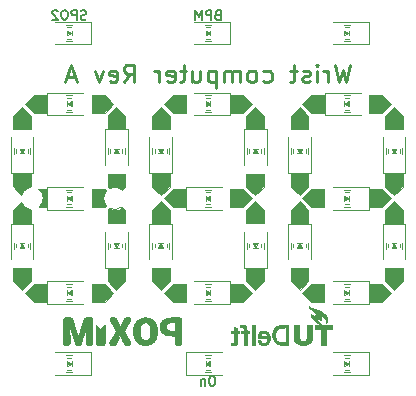
<source format=gbr>
%TF.GenerationSoftware,KiCad,Pcbnew,(5.1.0-0)*%
%TF.CreationDate,2020-07-09T23:17:02+02:00*%
%TF.ProjectId,POxiM-wristcomputer,504f7869-4d2d-4777-9269-7374636f6d70,A*%
%TF.SameCoordinates,Original*%
%TF.FileFunction,Legend,Bot*%
%TF.FilePolarity,Positive*%
%FSLAX46Y46*%
G04 Gerber Fmt 4.6, Leading zero omitted, Abs format (unit mm)*
G04 Created by KiCad (PCBNEW (5.1.0-0)) date 2020-07-09 23:17:02*
%MOMM*%
%LPD*%
G04 APERTURE LIST*
%ADD10C,0.100000*%
%ADD11C,0.250000*%
%ADD12C,0.150000*%
%ADD13C,0.010000*%
%ADD14C,0.120000*%
G04 APERTURE END LIST*
D10*
G36*
X83000000Y-130500000D02*
G01*
X82719496Y-130779773D01*
X82450000Y-130550000D01*
X81850000Y-130550000D01*
X81658401Y-130658874D01*
X81500000Y-130500000D01*
X81500000Y-129400000D01*
X83000000Y-129400000D01*
X83000000Y-130500000D01*
G37*
X83000000Y-130500000D02*
X82719496Y-130779773D01*
X82450000Y-130550000D01*
X81850000Y-130550000D01*
X81658401Y-130658874D01*
X81500000Y-130500000D01*
X81500000Y-129400000D01*
X83000000Y-129400000D01*
X83000000Y-130500000D01*
X82719495Y-130779773D02*
G75*
G03X81658401Y-130658874I-619495J-720227D01*
G01*
X82719495Y-132220227D02*
G75*
G02X81658401Y-132341126I-619495J720227D01*
G01*
X81379772Y-130880507D02*
G75*
G03X81150000Y-131500000I720228J-619493D01*
G01*
X81379772Y-132119493D02*
G75*
G02X81150000Y-131500000I720228J619493D01*
G01*
G36*
X81379772Y-130880507D02*
G01*
X81150000Y-131150000D01*
X81150000Y-131850000D01*
X81379772Y-132119493D01*
X81250000Y-132250000D01*
X80150000Y-132250000D01*
X80150000Y-130750000D01*
X81250000Y-130750000D01*
X81379772Y-130880507D01*
G37*
X81379772Y-130880507D02*
X81150000Y-131150000D01*
X81150000Y-131850000D01*
X81379772Y-132119493D01*
X81250000Y-132250000D01*
X80150000Y-132250000D01*
X80150000Y-130750000D01*
X81250000Y-130750000D01*
X81379772Y-130880507D01*
G36*
X83000000Y-132500000D02*
G01*
X83000000Y-133600000D01*
X81500000Y-133600000D01*
X81500000Y-132500000D01*
X81658401Y-132341126D01*
X81850000Y-132450000D01*
X82450000Y-132450000D01*
X82719496Y-132220227D01*
X83000000Y-132500000D01*
G37*
X83000000Y-132500000D02*
X83000000Y-133600000D01*
X81500000Y-133600000D01*
X81500000Y-132500000D01*
X81658401Y-132341126D01*
X81850000Y-132450000D01*
X82450000Y-132450000D01*
X82719496Y-132220227D01*
X83000000Y-132500000D01*
G36*
X74999094Y-130498561D02*
G01*
X74935762Y-130562709D01*
X74649094Y-130598561D01*
X74299094Y-130880635D01*
X74199094Y-131198561D01*
X73499094Y-130498561D01*
X73499094Y-129398561D01*
X74999094Y-129398561D01*
X74999094Y-130498561D01*
G37*
X74999094Y-130498561D02*
X74935762Y-130562709D01*
X74649094Y-130598561D01*
X74299094Y-130880635D01*
X74199094Y-131198561D01*
X73499094Y-130498561D01*
X73499094Y-129398561D01*
X74999094Y-129398561D01*
X74999094Y-130498561D01*
X74199095Y-131801439D02*
G75*
G03X74936668Y-132435852I900905J301439D01*
G01*
X74199095Y-131198561D02*
G75*
G02X74936668Y-130564148I900905J-301439D01*
G01*
G36*
X76350000Y-132250000D02*
G01*
X75683571Y-132250000D01*
X75850000Y-132100000D01*
X76050000Y-131800000D01*
X76050000Y-131500000D01*
X76350000Y-131500000D01*
X76350000Y-132250000D01*
G37*
X76350000Y-132250000D02*
X75683571Y-132250000D01*
X75850000Y-132100000D01*
X76050000Y-131800000D01*
X76050000Y-131500000D01*
X76350000Y-131500000D01*
X76350000Y-132250000D01*
X75683571Y-132249630D02*
G75*
G03X76050000Y-131500000I-583571J749630D01*
G01*
X75683571Y-130750370D02*
G75*
G02X76050000Y-131500000I-583571J-749630D01*
G01*
G36*
X106500000Y-132500000D02*
G01*
X106500000Y-133600000D01*
X105000000Y-133600000D01*
X105000000Y-132500000D01*
X105750000Y-131750000D01*
X106500000Y-132500000D01*
G37*
X106500000Y-132500000D02*
X106500000Y-133600000D01*
X105000000Y-133600000D01*
X105000000Y-132500000D01*
X105750000Y-131750000D01*
X106500000Y-132500000D01*
G36*
X106500000Y-138500000D02*
G01*
X105750000Y-139250000D01*
X105000000Y-138500000D01*
X105000000Y-137400000D01*
X106500000Y-137400000D01*
X106500000Y-138500000D01*
G37*
X106500000Y-138500000D02*
X105750000Y-139250000D01*
X105000000Y-138500000D01*
X105000000Y-137400000D01*
X106500000Y-137400000D01*
X106500000Y-138500000D01*
G36*
X106500000Y-124500000D02*
G01*
X106500000Y-125600000D01*
X105000000Y-125600000D01*
X105000000Y-124500000D01*
X105750000Y-123750000D01*
X106500000Y-124500000D01*
G37*
X106500000Y-124500000D02*
X106500000Y-125600000D01*
X105000000Y-125600000D01*
X105000000Y-124500000D01*
X105750000Y-123750000D01*
X106500000Y-124500000D01*
G36*
X106500000Y-130500000D02*
G01*
X105750000Y-131250000D01*
X105000000Y-130500000D01*
X105000000Y-129400000D01*
X106500000Y-129400000D01*
X106500000Y-130500000D01*
G37*
X106500000Y-130500000D02*
X105750000Y-131250000D01*
X105000000Y-130500000D01*
X105000000Y-129400000D01*
X106500000Y-129400000D01*
X106500000Y-130500000D01*
D11*
X102035714Y-120178571D02*
X101678571Y-121678571D01*
X101392857Y-120607142D01*
X101107142Y-121678571D01*
X100750000Y-120178571D01*
X100178571Y-121678571D02*
X100178571Y-120678571D01*
X100178571Y-120964285D02*
X100107142Y-120821428D01*
X100035714Y-120750000D01*
X99892857Y-120678571D01*
X99750000Y-120678571D01*
X99250000Y-121678571D02*
X99250000Y-120678571D01*
X99250000Y-120178571D02*
X99321428Y-120250000D01*
X99250000Y-120321428D01*
X99178571Y-120250000D01*
X99250000Y-120178571D01*
X99250000Y-120321428D01*
X98607142Y-121607142D02*
X98464285Y-121678571D01*
X98178571Y-121678571D01*
X98035714Y-121607142D01*
X97964285Y-121464285D01*
X97964285Y-121392857D01*
X98035714Y-121250000D01*
X98178571Y-121178571D01*
X98392857Y-121178571D01*
X98535714Y-121107142D01*
X98607142Y-120964285D01*
X98607142Y-120892857D01*
X98535714Y-120750000D01*
X98392857Y-120678571D01*
X98178571Y-120678571D01*
X98035714Y-120750000D01*
X97535714Y-120678571D02*
X96964285Y-120678571D01*
X97321428Y-120178571D02*
X97321428Y-121464285D01*
X97250000Y-121607142D01*
X97107142Y-121678571D01*
X96964285Y-121678571D01*
X94678571Y-121607142D02*
X94821428Y-121678571D01*
X95107142Y-121678571D01*
X95250000Y-121607142D01*
X95321428Y-121535714D01*
X95392857Y-121392857D01*
X95392857Y-120964285D01*
X95321428Y-120821428D01*
X95250000Y-120750000D01*
X95107142Y-120678571D01*
X94821428Y-120678571D01*
X94678571Y-120750000D01*
X93821428Y-121678571D02*
X93964285Y-121607142D01*
X94035714Y-121535714D01*
X94107142Y-121392857D01*
X94107142Y-120964285D01*
X94035714Y-120821428D01*
X93964285Y-120750000D01*
X93821428Y-120678571D01*
X93607142Y-120678571D01*
X93464285Y-120750000D01*
X93392857Y-120821428D01*
X93321428Y-120964285D01*
X93321428Y-121392857D01*
X93392857Y-121535714D01*
X93464285Y-121607142D01*
X93607142Y-121678571D01*
X93821428Y-121678571D01*
X92678571Y-121678571D02*
X92678571Y-120678571D01*
X92678571Y-120821428D02*
X92607142Y-120750000D01*
X92464285Y-120678571D01*
X92250000Y-120678571D01*
X92107142Y-120750000D01*
X92035714Y-120892857D01*
X92035714Y-121678571D01*
X92035714Y-120892857D02*
X91964285Y-120750000D01*
X91821428Y-120678571D01*
X91607142Y-120678571D01*
X91464285Y-120750000D01*
X91392857Y-120892857D01*
X91392857Y-121678571D01*
X90678571Y-120678571D02*
X90678571Y-122178571D01*
X90678571Y-120750000D02*
X90535714Y-120678571D01*
X90250000Y-120678571D01*
X90107142Y-120750000D01*
X90035714Y-120821428D01*
X89964285Y-120964285D01*
X89964285Y-121392857D01*
X90035714Y-121535714D01*
X90107142Y-121607142D01*
X90250000Y-121678571D01*
X90535714Y-121678571D01*
X90678571Y-121607142D01*
X88678571Y-120678571D02*
X88678571Y-121678571D01*
X89321428Y-120678571D02*
X89321428Y-121464285D01*
X89250000Y-121607142D01*
X89107142Y-121678571D01*
X88892857Y-121678571D01*
X88750000Y-121607142D01*
X88678571Y-121535714D01*
X88178571Y-120678571D02*
X87607142Y-120678571D01*
X87964285Y-120178571D02*
X87964285Y-121464285D01*
X87892857Y-121607142D01*
X87750000Y-121678571D01*
X87607142Y-121678571D01*
X86535714Y-121607142D02*
X86678571Y-121678571D01*
X86964285Y-121678571D01*
X87107142Y-121607142D01*
X87178571Y-121464285D01*
X87178571Y-120892857D01*
X87107142Y-120750000D01*
X86964285Y-120678571D01*
X86678571Y-120678571D01*
X86535714Y-120750000D01*
X86464285Y-120892857D01*
X86464285Y-121035714D01*
X87178571Y-121178571D01*
X85821428Y-121678571D02*
X85821428Y-120678571D01*
X85821428Y-120964285D02*
X85750000Y-120821428D01*
X85678571Y-120750000D01*
X85535714Y-120678571D01*
X85392857Y-120678571D01*
X82892857Y-121678571D02*
X83392857Y-120964285D01*
X83750000Y-121678571D02*
X83750000Y-120178571D01*
X83178571Y-120178571D01*
X83035714Y-120250000D01*
X82964285Y-120321428D01*
X82892857Y-120464285D01*
X82892857Y-120678571D01*
X82964285Y-120821428D01*
X83035714Y-120892857D01*
X83178571Y-120964285D01*
X83750000Y-120964285D01*
X81678571Y-121607142D02*
X81821428Y-121678571D01*
X82107142Y-121678571D01*
X82250000Y-121607142D01*
X82321428Y-121464285D01*
X82321428Y-120892857D01*
X82250000Y-120750000D01*
X82107142Y-120678571D01*
X81821428Y-120678571D01*
X81678571Y-120750000D01*
X81607142Y-120892857D01*
X81607142Y-121035714D01*
X82321428Y-121178571D01*
X81107142Y-120678571D02*
X80750000Y-121678571D01*
X80392857Y-120678571D01*
X78750000Y-121250000D02*
X78035714Y-121250000D01*
X78892857Y-121678571D02*
X78392857Y-120178571D01*
X77892857Y-121678571D01*
D12*
X90438095Y-146561904D02*
X90285714Y-146561904D01*
X90209523Y-146600000D01*
X90133333Y-146676190D01*
X90095238Y-146828571D01*
X90095238Y-147095238D01*
X90133333Y-147247619D01*
X90209523Y-147323809D01*
X90285714Y-147361904D01*
X90438095Y-147361904D01*
X90514285Y-147323809D01*
X90590476Y-147247619D01*
X90628571Y-147095238D01*
X90628571Y-146828571D01*
X90590476Y-146676190D01*
X90514285Y-146600000D01*
X90438095Y-146561904D01*
X89752380Y-146828571D02*
X89752380Y-147361904D01*
X89752380Y-146904761D02*
X89714285Y-146866666D01*
X89638095Y-146828571D01*
X89523809Y-146828571D01*
X89447619Y-146866666D01*
X89409523Y-146942857D01*
X89409523Y-147361904D01*
X79678571Y-116323809D02*
X79564285Y-116361904D01*
X79373809Y-116361904D01*
X79297619Y-116323809D01*
X79259523Y-116285714D01*
X79221428Y-116209523D01*
X79221428Y-116133333D01*
X79259523Y-116057142D01*
X79297619Y-116019047D01*
X79373809Y-115980952D01*
X79526190Y-115942857D01*
X79602380Y-115904761D01*
X79640476Y-115866666D01*
X79678571Y-115790476D01*
X79678571Y-115714285D01*
X79640476Y-115638095D01*
X79602380Y-115600000D01*
X79526190Y-115561904D01*
X79335714Y-115561904D01*
X79221428Y-115600000D01*
X78878571Y-116361904D02*
X78878571Y-115561904D01*
X78573809Y-115561904D01*
X78497619Y-115600000D01*
X78459523Y-115638095D01*
X78421428Y-115714285D01*
X78421428Y-115828571D01*
X78459523Y-115904761D01*
X78497619Y-115942857D01*
X78573809Y-115980952D01*
X78878571Y-115980952D01*
X77926190Y-115561904D02*
X77773809Y-115561904D01*
X77697619Y-115600000D01*
X77621428Y-115676190D01*
X77583333Y-115828571D01*
X77583333Y-116095238D01*
X77621428Y-116247619D01*
X77697619Y-116323809D01*
X77773809Y-116361904D01*
X77926190Y-116361904D01*
X78002380Y-116323809D01*
X78078571Y-116247619D01*
X78116666Y-116095238D01*
X78116666Y-115828571D01*
X78078571Y-115676190D01*
X78002380Y-115600000D01*
X77926190Y-115561904D01*
X77278571Y-115638095D02*
X77240476Y-115600000D01*
X77164285Y-115561904D01*
X76973809Y-115561904D01*
X76897619Y-115600000D01*
X76859523Y-115638095D01*
X76821428Y-115714285D01*
X76821428Y-115790476D01*
X76859523Y-115904761D01*
X77316666Y-116361904D01*
X76821428Y-116361904D01*
X90800000Y-115942857D02*
X90685714Y-115980952D01*
X90647619Y-116019047D01*
X90609523Y-116095238D01*
X90609523Y-116209523D01*
X90647619Y-116285714D01*
X90685714Y-116323809D01*
X90761904Y-116361904D01*
X91066666Y-116361904D01*
X91066666Y-115561904D01*
X90800000Y-115561904D01*
X90723809Y-115600000D01*
X90685714Y-115638095D01*
X90647619Y-115714285D01*
X90647619Y-115790476D01*
X90685714Y-115866666D01*
X90723809Y-115904761D01*
X90800000Y-115942857D01*
X91066666Y-115942857D01*
X90266666Y-116361904D02*
X90266666Y-115561904D01*
X89961904Y-115561904D01*
X89885714Y-115600000D01*
X89847619Y-115638095D01*
X89809523Y-115714285D01*
X89809523Y-115828571D01*
X89847619Y-115904761D01*
X89885714Y-115942857D01*
X89961904Y-115980952D01*
X90266666Y-115980952D01*
X89466666Y-116361904D02*
X89466666Y-115561904D01*
X89200000Y-116133333D01*
X88933333Y-115561904D01*
X88933333Y-116361904D01*
D10*
G36*
X76350000Y-140250000D02*
G01*
X75250000Y-140250000D01*
X74500000Y-139500000D01*
X75250000Y-138750000D01*
X76350000Y-138750000D01*
X76350000Y-140250000D01*
G37*
X76350000Y-140250000D02*
X75250000Y-140250000D01*
X74500000Y-139500000D01*
X75250000Y-138750000D01*
X76350000Y-138750000D01*
X76350000Y-140250000D01*
G36*
X75000000Y-138500000D02*
G01*
X74250000Y-139250000D01*
X73500000Y-138500000D01*
X73500000Y-137400000D01*
X75000000Y-137400000D01*
X75000000Y-138500000D01*
G37*
X75000000Y-138500000D02*
X74250000Y-139250000D01*
X73500000Y-138500000D01*
X73500000Y-137400000D01*
X75000000Y-137400000D01*
X75000000Y-138500000D01*
G36*
X83000000Y-124500000D02*
G01*
X83000000Y-125600000D01*
X81500000Y-125600000D01*
X81500000Y-124500000D01*
X82250000Y-123750000D01*
X83000000Y-124500000D01*
G37*
X83000000Y-124500000D02*
X83000000Y-125600000D01*
X81500000Y-125600000D01*
X81500000Y-124500000D01*
X82250000Y-123750000D01*
X83000000Y-124500000D01*
G36*
X82000000Y-123500000D02*
G01*
X81250000Y-124250000D01*
X80150000Y-124250000D01*
X80150000Y-122750000D01*
X81250000Y-122750000D01*
X82000000Y-123500000D01*
G37*
X82000000Y-123500000D02*
X81250000Y-124250000D01*
X80150000Y-124250000D01*
X80150000Y-122750000D01*
X81250000Y-122750000D01*
X82000000Y-123500000D01*
G36*
X76350000Y-124250000D02*
G01*
X75250000Y-124250000D01*
X74500000Y-123500000D01*
X75250000Y-122750000D01*
X76350000Y-122750000D01*
X76350000Y-124250000D01*
G37*
X76350000Y-124250000D02*
X75250000Y-124250000D01*
X74500000Y-123500000D01*
X75250000Y-122750000D01*
X76350000Y-122750000D01*
X76350000Y-124250000D01*
G36*
X82000000Y-139500000D02*
G01*
X81250000Y-140250000D01*
X80150000Y-140250000D01*
X80150000Y-138750000D01*
X81250000Y-138750000D01*
X82000000Y-139500000D01*
G37*
X82000000Y-139500000D02*
X81250000Y-140250000D01*
X80150000Y-140250000D01*
X80150000Y-138750000D01*
X81250000Y-138750000D01*
X82000000Y-139500000D01*
G36*
X75000000Y-124500000D02*
G01*
X75000000Y-125600000D01*
X73500000Y-125600000D01*
X73500000Y-124500000D01*
X74250000Y-123750000D01*
X75000000Y-124500000D01*
G37*
X75000000Y-124500000D02*
X75000000Y-125600000D01*
X73500000Y-125600000D01*
X73500000Y-124500000D01*
X74250000Y-123750000D01*
X75000000Y-124500000D01*
G36*
X74300000Y-132117926D02*
G01*
X74650000Y-132400000D01*
X74936668Y-132435852D01*
X75000000Y-132500000D01*
X75000000Y-133600000D01*
X73500000Y-133600000D01*
X73500000Y-132500000D01*
X74200000Y-131800000D01*
X74300000Y-132117926D01*
G37*
X74300000Y-132117926D02*
X74650000Y-132400000D01*
X74936668Y-132435852D01*
X75000000Y-132500000D01*
X75000000Y-133600000D01*
X73500000Y-133600000D01*
X73500000Y-132500000D01*
X74200000Y-131800000D01*
X74300000Y-132117926D01*
G36*
X83000000Y-138500000D02*
G01*
X82250000Y-139250000D01*
X81500000Y-138500000D01*
X81500000Y-137400000D01*
X83000000Y-137400000D01*
X83000000Y-138500000D01*
G37*
X83000000Y-138500000D02*
X82250000Y-139250000D01*
X81500000Y-138500000D01*
X81500000Y-137400000D01*
X83000000Y-137400000D01*
X83000000Y-138500000D01*
G36*
X76350000Y-131500000D02*
G01*
X76050000Y-131500000D01*
X76050000Y-131200000D01*
X75850000Y-130850000D01*
X75683571Y-130750000D01*
X76350000Y-130750000D01*
X76350000Y-131500000D01*
G37*
X76350000Y-131500000D02*
X76050000Y-131500000D01*
X76050000Y-131200000D01*
X75850000Y-130850000D01*
X75683571Y-130750000D01*
X76350000Y-130750000D01*
X76350000Y-131500000D01*
G36*
X88100000Y-140250000D02*
G01*
X87000000Y-140250000D01*
X86250000Y-139500000D01*
X87000000Y-138750000D01*
X88100000Y-138750000D01*
X88100000Y-140250000D01*
G37*
X88100000Y-140250000D02*
X87000000Y-140250000D01*
X86250000Y-139500000D01*
X87000000Y-138750000D01*
X88100000Y-138750000D01*
X88100000Y-140250000D01*
G36*
X86750000Y-132500000D02*
G01*
X86750000Y-133600000D01*
X85250000Y-133600000D01*
X85250000Y-132500000D01*
X86000000Y-131750000D01*
X86750000Y-132500000D01*
G37*
X86750000Y-132500000D02*
X86750000Y-133600000D01*
X85250000Y-133600000D01*
X85250000Y-132500000D01*
X86000000Y-131750000D01*
X86750000Y-132500000D01*
G36*
X86750000Y-138500000D02*
G01*
X86000000Y-139250000D01*
X85250000Y-138500000D01*
X85250000Y-137400000D01*
X86750000Y-137400000D01*
X86750000Y-138500000D01*
G37*
X86750000Y-138500000D02*
X86000000Y-139250000D01*
X85250000Y-138500000D01*
X85250000Y-137400000D01*
X86750000Y-137400000D01*
X86750000Y-138500000D01*
G36*
X94750000Y-124500000D02*
G01*
X94750000Y-125600000D01*
X93250000Y-125600000D01*
X93250000Y-124500000D01*
X94000000Y-123750000D01*
X94750000Y-124500000D01*
G37*
X94750000Y-124500000D02*
X94750000Y-125600000D01*
X93250000Y-125600000D01*
X93250000Y-124500000D01*
X94000000Y-123750000D01*
X94750000Y-124500000D01*
G36*
X93750000Y-131500000D02*
G01*
X93000000Y-132250000D01*
X91900000Y-132250000D01*
X91900000Y-130750000D01*
X93000000Y-130750000D01*
X93750000Y-131500000D01*
G37*
X93750000Y-131500000D02*
X93000000Y-132250000D01*
X91900000Y-132250000D01*
X91900000Y-130750000D01*
X93000000Y-130750000D01*
X93750000Y-131500000D01*
G36*
X94750000Y-130500000D02*
G01*
X94000000Y-131250000D01*
X93250000Y-130500000D01*
X93250000Y-129400000D01*
X94750000Y-129400000D01*
X94750000Y-130500000D01*
G37*
X94750000Y-130500000D02*
X94000000Y-131250000D01*
X93250000Y-130500000D01*
X93250000Y-129400000D01*
X94750000Y-129400000D01*
X94750000Y-130500000D01*
G36*
X93750000Y-123500000D02*
G01*
X93000000Y-124250000D01*
X91900000Y-124250000D01*
X91900000Y-122750000D01*
X93000000Y-122750000D01*
X93750000Y-123500000D01*
G37*
X93750000Y-123500000D02*
X93000000Y-124250000D01*
X91900000Y-124250000D01*
X91900000Y-122750000D01*
X93000000Y-122750000D01*
X93750000Y-123500000D01*
G36*
X88100000Y-124250000D02*
G01*
X87000000Y-124250000D01*
X86250000Y-123500000D01*
X87000000Y-122750000D01*
X88100000Y-122750000D01*
X88100000Y-124250000D01*
G37*
X88100000Y-124250000D02*
X87000000Y-124250000D01*
X86250000Y-123500000D01*
X87000000Y-122750000D01*
X88100000Y-122750000D01*
X88100000Y-124250000D01*
G36*
X93750000Y-139500000D02*
G01*
X93000000Y-140250000D01*
X91900000Y-140250000D01*
X91900000Y-138750000D01*
X93000000Y-138750000D01*
X93750000Y-139500000D01*
G37*
X93750000Y-139500000D02*
X93000000Y-140250000D01*
X91900000Y-140250000D01*
X91900000Y-138750000D01*
X93000000Y-138750000D01*
X93750000Y-139500000D01*
G36*
X86750000Y-124500000D02*
G01*
X86750000Y-125600000D01*
X85250000Y-125600000D01*
X85250000Y-124500000D01*
X86000000Y-123750000D01*
X86750000Y-124500000D01*
G37*
X86750000Y-124500000D02*
X86750000Y-125600000D01*
X85250000Y-125600000D01*
X85250000Y-124500000D01*
X86000000Y-123750000D01*
X86750000Y-124500000D01*
G36*
X86750000Y-130500000D02*
G01*
X86000000Y-131250000D01*
X85250000Y-130500000D01*
X85250000Y-129400000D01*
X86750000Y-129400000D01*
X86750000Y-130500000D01*
G37*
X86750000Y-130500000D02*
X86000000Y-131250000D01*
X85250000Y-130500000D01*
X85250000Y-129400000D01*
X86750000Y-129400000D01*
X86750000Y-130500000D01*
G36*
X94750000Y-132500000D02*
G01*
X94750000Y-133600000D01*
X93250000Y-133600000D01*
X93250000Y-132500000D01*
X94000000Y-131750000D01*
X94750000Y-132500000D01*
G37*
X94750000Y-132500000D02*
X94750000Y-133600000D01*
X93250000Y-133600000D01*
X93250000Y-132500000D01*
X94000000Y-131750000D01*
X94750000Y-132500000D01*
G36*
X94750000Y-138500000D02*
G01*
X94000000Y-139250000D01*
X93250000Y-138500000D01*
X93250000Y-137400000D01*
X94750000Y-137400000D01*
X94750000Y-138500000D01*
G37*
X94750000Y-138500000D02*
X94000000Y-139250000D01*
X93250000Y-138500000D01*
X93250000Y-137400000D01*
X94750000Y-137400000D01*
X94750000Y-138500000D01*
G36*
X88100000Y-132250000D02*
G01*
X87000000Y-132250000D01*
X86250000Y-131500000D01*
X87000000Y-130750000D01*
X88100000Y-130750000D01*
X88100000Y-132250000D01*
G37*
X88100000Y-132250000D02*
X87000000Y-132250000D01*
X86250000Y-131500000D01*
X87000000Y-130750000D01*
X88100000Y-130750000D01*
X88100000Y-132250000D01*
G36*
X105500000Y-139500000D02*
G01*
X104750000Y-140250000D01*
X103650000Y-140250000D01*
X103650000Y-138750000D01*
X104750000Y-138750000D01*
X105500000Y-139500000D01*
G37*
X105500000Y-139500000D02*
X104750000Y-140250000D01*
X103650000Y-140250000D01*
X103650000Y-138750000D01*
X104750000Y-138750000D01*
X105500000Y-139500000D01*
G36*
X99850000Y-140250000D02*
G01*
X98750000Y-140250000D01*
X98000000Y-139500000D01*
X98750000Y-138750000D01*
X99850000Y-138750000D01*
X99850000Y-140250000D01*
G37*
X99850000Y-140250000D02*
X98750000Y-140250000D01*
X98000000Y-139500000D01*
X98750000Y-138750000D01*
X99850000Y-138750000D01*
X99850000Y-140250000D01*
G36*
X98500000Y-138500000D02*
G01*
X97750000Y-139250000D01*
X97000000Y-138500000D01*
X97000000Y-137400000D01*
X98500000Y-137400000D01*
X98500000Y-138500000D01*
G37*
X98500000Y-138500000D02*
X97750000Y-139250000D01*
X97000000Y-138500000D01*
X97000000Y-137400000D01*
X98500000Y-137400000D01*
X98500000Y-138500000D01*
G36*
X98500000Y-132500000D02*
G01*
X98500000Y-133600000D01*
X97000000Y-133600000D01*
X97000000Y-132500000D01*
X97750000Y-131750000D01*
X98500000Y-132500000D01*
G37*
X98500000Y-132500000D02*
X98500000Y-133600000D01*
X97000000Y-133600000D01*
X97000000Y-132500000D01*
X97750000Y-131750000D01*
X98500000Y-132500000D01*
G36*
X99850000Y-132250000D02*
G01*
X98750000Y-132250000D01*
X98000000Y-131500000D01*
X98750000Y-130750000D01*
X99850000Y-130750000D01*
X99850000Y-132250000D01*
G37*
X99850000Y-132250000D02*
X98750000Y-132250000D01*
X98000000Y-131500000D01*
X98750000Y-130750000D01*
X99850000Y-130750000D01*
X99850000Y-132250000D01*
G36*
X105500000Y-131500000D02*
G01*
X104750000Y-132250000D01*
X103650000Y-132250000D01*
X103650000Y-130750000D01*
X104750000Y-130750000D01*
X105500000Y-131500000D01*
G37*
X105500000Y-131500000D02*
X104750000Y-132250000D01*
X103650000Y-132250000D01*
X103650000Y-130750000D01*
X104750000Y-130750000D01*
X105500000Y-131500000D01*
G36*
X98500000Y-130500000D02*
G01*
X97750000Y-131250000D01*
X97000000Y-130500000D01*
X97000000Y-129400000D01*
X98500000Y-129400000D01*
X98500000Y-130500000D01*
G37*
X98500000Y-130500000D02*
X97750000Y-131250000D01*
X97000000Y-130500000D01*
X97000000Y-129400000D01*
X98500000Y-129400000D01*
X98500000Y-130500000D01*
G36*
X98500000Y-124500000D02*
G01*
X98500000Y-125600000D01*
X97000000Y-125600000D01*
X97000000Y-124500000D01*
X97750000Y-123750000D01*
X98500000Y-124500000D01*
G37*
X98500000Y-124500000D02*
X98500000Y-125600000D01*
X97000000Y-125600000D01*
X97000000Y-124500000D01*
X97750000Y-123750000D01*
X98500000Y-124500000D01*
G36*
X105500000Y-123500000D02*
G01*
X104750000Y-124250000D01*
X103650000Y-124250000D01*
X103650000Y-122750000D01*
X104750000Y-122750000D01*
X105500000Y-123500000D01*
G37*
X105500000Y-123500000D02*
X104750000Y-124250000D01*
X103650000Y-124250000D01*
X103650000Y-122750000D01*
X104750000Y-122750000D01*
X105500000Y-123500000D01*
G36*
X99850000Y-124250000D02*
G01*
X98750000Y-124250000D01*
X98000000Y-123500000D01*
X98750000Y-122750000D01*
X99850000Y-122750000D01*
X99850000Y-124250000D01*
G37*
X99850000Y-124250000D02*
X98750000Y-124250000D01*
X98000000Y-123500000D01*
X98750000Y-122750000D01*
X99850000Y-122750000D01*
X99850000Y-124250000D01*
D13*
%TO.C,G\002A\002A\002A*%
G36*
X98523053Y-140592280D02*
G01*
X98516192Y-140600494D01*
X98513809Y-140617549D01*
X98518950Y-140647676D01*
X98522989Y-140662682D01*
X98531449Y-140687629D01*
X98542408Y-140709053D01*
X98558715Y-140731064D01*
X98583220Y-140757769D01*
X98602371Y-140777083D01*
X98630317Y-140802703D01*
X98668911Y-140835056D01*
X98714741Y-140871435D01*
X98764396Y-140909134D01*
X98814465Y-140945446D01*
X98815400Y-140946106D01*
X98890841Y-141001340D01*
X98957877Y-141054443D01*
X99015207Y-141104224D01*
X99061529Y-141149491D01*
X99095542Y-141189051D01*
X99115701Y-141221184D01*
X99127173Y-141259176D01*
X99130901Y-141302464D01*
X99126925Y-141344321D01*
X99115289Y-141378021D01*
X99114739Y-141378978D01*
X99092219Y-141409912D01*
X99065732Y-141429226D01*
X99031109Y-141439015D01*
X98990462Y-141441414D01*
X98928340Y-141434155D01*
X98866429Y-141411981D01*
X98803174Y-141374245D01*
X98771011Y-141349708D01*
X98737901Y-141324605D01*
X98714966Y-141312070D01*
X98701770Y-141312568D01*
X98697876Y-141326563D01*
X98702847Y-141354521D01*
X98716246Y-141396907D01*
X98719102Y-141404945D01*
X98760765Y-141504391D01*
X98814568Y-141606653D01*
X98877610Y-141706761D01*
X98946993Y-141799747D01*
X98955226Y-141809733D01*
X99042782Y-141904846D01*
X99133732Y-141984290D01*
X99227615Y-142047731D01*
X99323970Y-142094837D01*
X99374200Y-142112552D01*
X99411517Y-142122374D01*
X99451065Y-142130097D01*
X99489063Y-142135312D01*
X99521735Y-142137608D01*
X99545302Y-142136577D01*
X99555762Y-142132228D01*
X99558623Y-142122155D01*
X99552501Y-142112102D01*
X99535229Y-142100140D01*
X99504637Y-142084340D01*
X99498754Y-142081514D01*
X99449166Y-142051259D01*
X99399040Y-142009074D01*
X99352674Y-141959258D01*
X99314369Y-141906109D01*
X99302518Y-141885357D01*
X99286956Y-141851404D01*
X99271634Y-141810322D01*
X99257277Y-141765138D01*
X99244609Y-141718875D01*
X99234356Y-141674560D01*
X99227244Y-141635217D01*
X99223996Y-141603871D01*
X99225339Y-141583548D01*
X99228792Y-141577811D01*
X99237397Y-141581425D01*
X99250233Y-141596320D01*
X99258381Y-141608939D01*
X99288454Y-141650347D01*
X99327157Y-141689121D01*
X99370831Y-141722697D01*
X99415817Y-141748508D01*
X99458453Y-141763988D01*
X99484267Y-141767304D01*
X99526581Y-141759563D01*
X99563009Y-141738001D01*
X99590888Y-141705420D01*
X99607556Y-141664621D01*
X99611127Y-141633778D01*
X99609831Y-141609823D01*
X99604818Y-141586654D01*
X99594697Y-141561125D01*
X99578078Y-141530084D01*
X99553568Y-141490383D01*
X99535485Y-141462600D01*
X99497759Y-141403511D01*
X99469295Y-141354537D01*
X99448573Y-141312741D01*
X99434070Y-141275183D01*
X99428271Y-141255560D01*
X99421682Y-141225157D01*
X99422109Y-141209920D01*
X99429643Y-141209866D01*
X99444376Y-141225008D01*
X99466401Y-141255362D01*
X99471274Y-141262634D01*
X99497457Y-141297649D01*
X99531264Y-141334640D01*
X99574400Y-141375197D01*
X99628571Y-141420913D01*
X99695482Y-141473379D01*
X99703786Y-141479701D01*
X99778199Y-141538497D01*
X99838759Y-141591613D01*
X99886942Y-141640569D01*
X99924222Y-141686885D01*
X99952074Y-141732081D01*
X99955822Y-141739447D01*
X99968766Y-141766721D01*
X99977737Y-141789846D01*
X99983748Y-141813448D01*
X99987808Y-141842152D01*
X99990930Y-141880584D01*
X99992630Y-141907818D01*
X99997274Y-141964040D01*
X100003414Y-142003406D01*
X100010903Y-142025916D01*
X100019595Y-142031565D01*
X100029343Y-142020353D01*
X100040000Y-141992278D01*
X100051422Y-141947336D01*
X100059252Y-141908727D01*
X100073943Y-141795733D01*
X100073712Y-141690277D01*
X100058238Y-141591319D01*
X100027196Y-141497816D01*
X99980264Y-141408726D01*
X99917118Y-141323006D01*
X99857904Y-141259294D01*
X99765461Y-141178716D01*
X99658363Y-141104999D01*
X99536063Y-141037771D01*
X99522367Y-141031097D01*
X99477549Y-141009761D01*
X99438565Y-140992018D01*
X99402374Y-140976806D01*
X99365936Y-140963066D01*
X99326211Y-140949735D01*
X99280159Y-140935755D01*
X99224740Y-140920063D01*
X99156913Y-140901599D01*
X99132303Y-140894988D01*
X99072805Y-140878761D01*
X99013909Y-140862199D01*
X98959252Y-140846361D01*
X98912469Y-140832307D01*
X98877196Y-140821096D01*
X98868436Y-140818108D01*
X98785841Y-140785235D01*
X98711788Y-140747969D01*
X98648164Y-140707570D01*
X98596854Y-140665300D01*
X98559745Y-140622421D01*
X98548700Y-140604254D01*
X98536134Y-140589918D01*
X98523053Y-140592280D01*
X98523053Y-140592280D01*
G37*
X98523053Y-140592280D02*
X98516192Y-140600494D01*
X98513809Y-140617549D01*
X98518950Y-140647676D01*
X98522989Y-140662682D01*
X98531449Y-140687629D01*
X98542408Y-140709053D01*
X98558715Y-140731064D01*
X98583220Y-140757769D01*
X98602371Y-140777083D01*
X98630317Y-140802703D01*
X98668911Y-140835056D01*
X98714741Y-140871435D01*
X98764396Y-140909134D01*
X98814465Y-140945446D01*
X98815400Y-140946106D01*
X98890841Y-141001340D01*
X98957877Y-141054443D01*
X99015207Y-141104224D01*
X99061529Y-141149491D01*
X99095542Y-141189051D01*
X99115701Y-141221184D01*
X99127173Y-141259176D01*
X99130901Y-141302464D01*
X99126925Y-141344321D01*
X99115289Y-141378021D01*
X99114739Y-141378978D01*
X99092219Y-141409912D01*
X99065732Y-141429226D01*
X99031109Y-141439015D01*
X98990462Y-141441414D01*
X98928340Y-141434155D01*
X98866429Y-141411981D01*
X98803174Y-141374245D01*
X98771011Y-141349708D01*
X98737901Y-141324605D01*
X98714966Y-141312070D01*
X98701770Y-141312568D01*
X98697876Y-141326563D01*
X98702847Y-141354521D01*
X98716246Y-141396907D01*
X98719102Y-141404945D01*
X98760765Y-141504391D01*
X98814568Y-141606653D01*
X98877610Y-141706761D01*
X98946993Y-141799747D01*
X98955226Y-141809733D01*
X99042782Y-141904846D01*
X99133732Y-141984290D01*
X99227615Y-142047731D01*
X99323970Y-142094837D01*
X99374200Y-142112552D01*
X99411517Y-142122374D01*
X99451065Y-142130097D01*
X99489063Y-142135312D01*
X99521735Y-142137608D01*
X99545302Y-142136577D01*
X99555762Y-142132228D01*
X99558623Y-142122155D01*
X99552501Y-142112102D01*
X99535229Y-142100140D01*
X99504637Y-142084340D01*
X99498754Y-142081514D01*
X99449166Y-142051259D01*
X99399040Y-142009074D01*
X99352674Y-141959258D01*
X99314369Y-141906109D01*
X99302518Y-141885357D01*
X99286956Y-141851404D01*
X99271634Y-141810322D01*
X99257277Y-141765138D01*
X99244609Y-141718875D01*
X99234356Y-141674560D01*
X99227244Y-141635217D01*
X99223996Y-141603871D01*
X99225339Y-141583548D01*
X99228792Y-141577811D01*
X99237397Y-141581425D01*
X99250233Y-141596320D01*
X99258381Y-141608939D01*
X99288454Y-141650347D01*
X99327157Y-141689121D01*
X99370831Y-141722697D01*
X99415817Y-141748508D01*
X99458453Y-141763988D01*
X99484267Y-141767304D01*
X99526581Y-141759563D01*
X99563009Y-141738001D01*
X99590888Y-141705420D01*
X99607556Y-141664621D01*
X99611127Y-141633778D01*
X99609831Y-141609823D01*
X99604818Y-141586654D01*
X99594697Y-141561125D01*
X99578078Y-141530084D01*
X99553568Y-141490383D01*
X99535485Y-141462600D01*
X99497759Y-141403511D01*
X99469295Y-141354537D01*
X99448573Y-141312741D01*
X99434070Y-141275183D01*
X99428271Y-141255560D01*
X99421682Y-141225157D01*
X99422109Y-141209920D01*
X99429643Y-141209866D01*
X99444376Y-141225008D01*
X99466401Y-141255362D01*
X99471274Y-141262634D01*
X99497457Y-141297649D01*
X99531264Y-141334640D01*
X99574400Y-141375197D01*
X99628571Y-141420913D01*
X99695482Y-141473379D01*
X99703786Y-141479701D01*
X99778199Y-141538497D01*
X99838759Y-141591613D01*
X99886942Y-141640569D01*
X99924222Y-141686885D01*
X99952074Y-141732081D01*
X99955822Y-141739447D01*
X99968766Y-141766721D01*
X99977737Y-141789846D01*
X99983748Y-141813448D01*
X99987808Y-141842152D01*
X99990930Y-141880584D01*
X99992630Y-141907818D01*
X99997274Y-141964040D01*
X100003414Y-142003406D01*
X100010903Y-142025916D01*
X100019595Y-142031565D01*
X100029343Y-142020353D01*
X100040000Y-141992278D01*
X100051422Y-141947336D01*
X100059252Y-141908727D01*
X100073943Y-141795733D01*
X100073712Y-141690277D01*
X100058238Y-141591319D01*
X100027196Y-141497816D01*
X99980264Y-141408726D01*
X99917118Y-141323006D01*
X99857904Y-141259294D01*
X99765461Y-141178716D01*
X99658363Y-141104999D01*
X99536063Y-141037771D01*
X99522367Y-141031097D01*
X99477549Y-141009761D01*
X99438565Y-140992018D01*
X99402374Y-140976806D01*
X99365936Y-140963066D01*
X99326211Y-140949735D01*
X99280159Y-140935755D01*
X99224740Y-140920063D01*
X99156913Y-140901599D01*
X99132303Y-140894988D01*
X99072805Y-140878761D01*
X99013909Y-140862199D01*
X98959252Y-140846361D01*
X98912469Y-140832307D01*
X98877196Y-140821096D01*
X98868436Y-140818108D01*
X98785841Y-140785235D01*
X98711788Y-140747969D01*
X98648164Y-140707570D01*
X98596854Y-140665300D01*
X98559745Y-140622421D01*
X98548700Y-140604254D01*
X98536134Y-140589918D01*
X98523053Y-140592280D01*
G36*
X92831287Y-142205827D02*
G01*
X92824414Y-142206939D01*
X92786551Y-142213202D01*
X92761385Y-142218844D01*
X92746345Y-142227114D01*
X92738860Y-142241259D01*
X92736359Y-142264529D01*
X92736269Y-142300171D01*
X92736333Y-142318211D01*
X92736333Y-142410682D01*
X92810417Y-142405461D01*
X92880765Y-142404174D01*
X92936937Y-142411331D01*
X92979504Y-142427049D01*
X93003890Y-142445603D01*
X93028433Y-142471196D01*
X93031143Y-142601674D01*
X93033852Y-142732152D01*
X92904143Y-142734493D01*
X92774433Y-142736833D01*
X92771999Y-142815150D01*
X92769564Y-142893467D01*
X93032531Y-142893467D01*
X93034715Y-143390883D01*
X93036900Y-143888300D01*
X93149083Y-143890662D01*
X93261267Y-143893025D01*
X93261267Y-142893467D01*
X93481400Y-142893467D01*
X93481400Y-142732600D01*
X93263187Y-142732600D01*
X93259231Y-142586550D01*
X93257045Y-142523954D01*
X93253828Y-142475065D01*
X93248861Y-142436658D01*
X93241423Y-142405509D01*
X93230795Y-142378394D01*
X93216258Y-142352089D01*
X93202102Y-142330581D01*
X93162275Y-142286867D01*
X93109870Y-142251082D01*
X93047728Y-142224155D01*
X92978689Y-142207017D01*
X92905595Y-142200598D01*
X92831287Y-142205827D01*
X92831287Y-142205827D01*
G37*
X92831287Y-142205827D02*
X92824414Y-142206939D01*
X92786551Y-142213202D01*
X92761385Y-142218844D01*
X92746345Y-142227114D01*
X92738860Y-142241259D01*
X92736359Y-142264529D01*
X92736269Y-142300171D01*
X92736333Y-142318211D01*
X92736333Y-142410682D01*
X92810417Y-142405461D01*
X92880765Y-142404174D01*
X92936937Y-142411331D01*
X92979504Y-142427049D01*
X93003890Y-142445603D01*
X93028433Y-142471196D01*
X93031143Y-142601674D01*
X93033852Y-142732152D01*
X92904143Y-142734493D01*
X92774433Y-142736833D01*
X92771999Y-142815150D01*
X92769564Y-142893467D01*
X93032531Y-142893467D01*
X93034715Y-143390883D01*
X93036900Y-143888300D01*
X93149083Y-143890662D01*
X93261267Y-143893025D01*
X93261267Y-142893467D01*
X93481400Y-142893467D01*
X93481400Y-142732600D01*
X93263187Y-142732600D01*
X93259231Y-142586550D01*
X93257045Y-142523954D01*
X93253828Y-142475065D01*
X93248861Y-142436658D01*
X93241423Y-142405509D01*
X93230795Y-142378394D01*
X93216258Y-142352089D01*
X93202102Y-142330581D01*
X93162275Y-142286867D01*
X93109870Y-142251082D01*
X93047728Y-142224155D01*
X92978689Y-142207017D01*
X92905595Y-142200598D01*
X92831287Y-142205827D01*
G36*
X93718467Y-143892533D02*
G01*
X93938600Y-143892533D01*
X93938600Y-142233067D01*
X93718467Y-142233067D01*
X93718467Y-143892533D01*
X93718467Y-143892533D01*
G37*
X93718467Y-143892533D02*
X93938600Y-143892533D01*
X93938600Y-142233067D01*
X93718467Y-142233067D01*
X93718467Y-143892533D01*
G36*
X96434150Y-142235525D02*
G01*
X96341613Y-142236630D01*
X96264082Y-142237808D01*
X96199633Y-142239234D01*
X96146339Y-142241087D01*
X96102274Y-142243542D01*
X96065512Y-142246778D01*
X96034128Y-142250970D01*
X96006194Y-142256296D01*
X95979786Y-142262934D01*
X95952977Y-142271059D01*
X95923842Y-142280849D01*
X95917652Y-142282993D01*
X95843114Y-142313231D01*
X95777700Y-142350038D01*
X95716028Y-142396824D01*
X95668885Y-142440619D01*
X95634571Y-142475518D01*
X95609148Y-142504174D01*
X95588950Y-142531704D01*
X95570312Y-142563228D01*
X95549568Y-142603863D01*
X95544396Y-142614455D01*
X95501197Y-142716430D01*
X95470947Y-142819422D01*
X95452780Y-142927381D01*
X95445830Y-143044257D01*
X95445701Y-143064422D01*
X95452314Y-143190890D01*
X95471761Y-143309294D01*
X95503587Y-143418830D01*
X95547338Y-143518695D01*
X95602561Y-143608088D01*
X95668802Y-143686206D01*
X95745608Y-143752246D01*
X95832524Y-143805406D01*
X95875879Y-143825356D01*
X95910094Y-143839145D01*
X95942047Y-143850695D01*
X95973661Y-143860227D01*
X96006863Y-143867960D01*
X96043575Y-143874116D01*
X96085723Y-143878913D01*
X96135231Y-143882573D01*
X96194024Y-143885315D01*
X96264027Y-143887360D01*
X96347163Y-143888928D01*
X96442616Y-143890206D01*
X96791866Y-143894351D01*
X96791866Y-143691179D01*
X96563266Y-143691179D01*
X96345250Y-143686989D01*
X96267927Y-143685179D01*
X96205595Y-143682950D01*
X96156311Y-143680174D01*
X96118134Y-143676724D01*
X96089124Y-143672473D01*
X96074230Y-143669211D01*
X95993858Y-143640196D01*
X95919424Y-143596833D01*
X95853497Y-143541210D01*
X95798648Y-143475412D01*
X95765226Y-143418400D01*
X95731494Y-143333167D01*
X95708163Y-143239218D01*
X95695162Y-143139767D01*
X95692417Y-143038030D01*
X95699857Y-142937218D01*
X95717408Y-142840548D01*
X95744999Y-142751232D01*
X95782008Y-142673422D01*
X95808382Y-142635556D01*
X95843949Y-142594228D01*
X95883555Y-142554808D01*
X95922048Y-142522666D01*
X95935769Y-142513183D01*
X95963209Y-142498141D01*
X95999587Y-142481481D01*
X96037637Y-142466497D01*
X96042566Y-142464761D01*
X96063405Y-142457719D01*
X96082033Y-142452212D01*
X96100929Y-142448013D01*
X96122575Y-142444896D01*
X96149450Y-142442637D01*
X96184034Y-142441008D01*
X96228806Y-142439785D01*
X96286247Y-142438742D01*
X96336783Y-142437976D01*
X96563266Y-142434642D01*
X96563266Y-143691179D01*
X96791866Y-143691179D01*
X96791866Y-142231515D01*
X96434150Y-142235525D01*
X96434150Y-142235525D01*
G37*
X96434150Y-142235525D02*
X96341613Y-142236630D01*
X96264082Y-142237808D01*
X96199633Y-142239234D01*
X96146339Y-142241087D01*
X96102274Y-142243542D01*
X96065512Y-142246778D01*
X96034128Y-142250970D01*
X96006194Y-142256296D01*
X95979786Y-142262934D01*
X95952977Y-142271059D01*
X95923842Y-142280849D01*
X95917652Y-142282993D01*
X95843114Y-142313231D01*
X95777700Y-142350038D01*
X95716028Y-142396824D01*
X95668885Y-142440619D01*
X95634571Y-142475518D01*
X95609148Y-142504174D01*
X95588950Y-142531704D01*
X95570312Y-142563228D01*
X95549568Y-142603863D01*
X95544396Y-142614455D01*
X95501197Y-142716430D01*
X95470947Y-142819422D01*
X95452780Y-142927381D01*
X95445830Y-143044257D01*
X95445701Y-143064422D01*
X95452314Y-143190890D01*
X95471761Y-143309294D01*
X95503587Y-143418830D01*
X95547338Y-143518695D01*
X95602561Y-143608088D01*
X95668802Y-143686206D01*
X95745608Y-143752246D01*
X95832524Y-143805406D01*
X95875879Y-143825356D01*
X95910094Y-143839145D01*
X95942047Y-143850695D01*
X95973661Y-143860227D01*
X96006863Y-143867960D01*
X96043575Y-143874116D01*
X96085723Y-143878913D01*
X96135231Y-143882573D01*
X96194024Y-143885315D01*
X96264027Y-143887360D01*
X96347163Y-143888928D01*
X96442616Y-143890206D01*
X96791866Y-143894351D01*
X96791866Y-143691179D01*
X96563266Y-143691179D01*
X96345250Y-143686989D01*
X96267927Y-143685179D01*
X96205595Y-143682950D01*
X96156311Y-143680174D01*
X96118134Y-143676724D01*
X96089124Y-143672473D01*
X96074230Y-143669211D01*
X95993858Y-143640196D01*
X95919424Y-143596833D01*
X95853497Y-143541210D01*
X95798648Y-143475412D01*
X95765226Y-143418400D01*
X95731494Y-143333167D01*
X95708163Y-143239218D01*
X95695162Y-143139767D01*
X95692417Y-143038030D01*
X95699857Y-142937218D01*
X95717408Y-142840548D01*
X95744999Y-142751232D01*
X95782008Y-142673422D01*
X95808382Y-142635556D01*
X95843949Y-142594228D01*
X95883555Y-142554808D01*
X95922048Y-142522666D01*
X95935769Y-142513183D01*
X95963209Y-142498141D01*
X95999587Y-142481481D01*
X96037637Y-142466497D01*
X96042566Y-142464761D01*
X96063405Y-142457719D01*
X96082033Y-142452212D01*
X96100929Y-142448013D01*
X96122575Y-142444896D01*
X96149450Y-142442637D01*
X96184034Y-142441008D01*
X96228806Y-142439785D01*
X96286247Y-142438742D01*
X96336783Y-142437976D01*
X96563266Y-142434642D01*
X96563266Y-143691179D01*
X96791866Y-143691179D01*
X96791866Y-142231515D01*
X96434150Y-142235525D01*
G36*
X99035533Y-142563267D02*
G01*
X99552000Y-142563267D01*
X99552000Y-143892533D01*
X100009200Y-143892533D01*
X100009200Y-142563515D01*
X100265317Y-142561274D01*
X100521433Y-142559033D01*
X100523733Y-142396050D01*
X100526032Y-142233067D01*
X99035533Y-142233067D01*
X99035533Y-142563267D01*
X99035533Y-142563267D01*
G37*
X99035533Y-142563267D02*
X99552000Y-142563267D01*
X99552000Y-143892533D01*
X100009200Y-143892533D01*
X100009200Y-142563515D01*
X100265317Y-142561274D01*
X100521433Y-142559033D01*
X100523733Y-142396050D01*
X100526032Y-142233067D01*
X99035533Y-142233067D01*
X99035533Y-142563267D01*
G36*
X92241120Y-142435842D02*
G01*
X92239359Y-142458112D01*
X92237978Y-142491969D01*
X92237088Y-142534741D01*
X92236800Y-142579985D01*
X92236800Y-142732170D01*
X92103450Y-142734502D01*
X91970100Y-142736833D01*
X91967665Y-142815150D01*
X91965231Y-142893467D01*
X92237446Y-142893467D01*
X92235006Y-143282323D01*
X92234411Y-143373626D01*
X92233826Y-143449529D01*
X92233176Y-143511566D01*
X92232387Y-143561270D01*
X92231386Y-143600174D01*
X92230097Y-143629813D01*
X92228446Y-143651719D01*
X92226360Y-143667426D01*
X92223764Y-143678466D01*
X92220583Y-143686375D01*
X92216745Y-143692684D01*
X92215031Y-143695073D01*
X92193341Y-143719334D01*
X92168208Y-143735247D01*
X92136111Y-143743932D01*
X92093528Y-143746506D01*
X92056883Y-143745344D01*
X91974333Y-143740842D01*
X91974333Y-143907350D01*
X91998990Y-143912281D01*
X92034632Y-143917154D01*
X92080882Y-143920373D01*
X92131479Y-143921791D01*
X92180166Y-143921260D01*
X92220682Y-143918632D01*
X92228333Y-143917695D01*
X92298683Y-143902550D01*
X92355310Y-143878212D01*
X92399018Y-143844188D01*
X92430611Y-143799985D01*
X92435062Y-143790933D01*
X92439024Y-143781836D01*
X92442357Y-143772115D01*
X92445125Y-143760271D01*
X92447392Y-143744806D01*
X92449224Y-143724222D01*
X92450684Y-143697020D01*
X92451837Y-143661702D01*
X92452747Y-143616769D01*
X92453479Y-143560724D01*
X92454097Y-143492067D01*
X92454666Y-143409301D01*
X92455180Y-143323150D01*
X92457660Y-142893467D01*
X92651666Y-142893467D01*
X92651666Y-142732600D01*
X92457398Y-142732600D01*
X92455049Y-142612248D01*
X92452700Y-142491897D01*
X92351100Y-142459881D01*
X92312020Y-142447714D01*
X92278854Y-142437668D01*
X92254903Y-142430722D01*
X92243466Y-142427857D01*
X92243150Y-142427832D01*
X92241120Y-142435842D01*
X92241120Y-142435842D01*
G37*
X92241120Y-142435842D02*
X92239359Y-142458112D01*
X92237978Y-142491969D01*
X92237088Y-142534741D01*
X92236800Y-142579985D01*
X92236800Y-142732170D01*
X92103450Y-142734502D01*
X91970100Y-142736833D01*
X91967665Y-142815150D01*
X91965231Y-142893467D01*
X92237446Y-142893467D01*
X92235006Y-143282323D01*
X92234411Y-143373626D01*
X92233826Y-143449529D01*
X92233176Y-143511566D01*
X92232387Y-143561270D01*
X92231386Y-143600174D01*
X92230097Y-143629813D01*
X92228446Y-143651719D01*
X92226360Y-143667426D01*
X92223764Y-143678466D01*
X92220583Y-143686375D01*
X92216745Y-143692684D01*
X92215031Y-143695073D01*
X92193341Y-143719334D01*
X92168208Y-143735247D01*
X92136111Y-143743932D01*
X92093528Y-143746506D01*
X92056883Y-143745344D01*
X91974333Y-143740842D01*
X91974333Y-143907350D01*
X91998990Y-143912281D01*
X92034632Y-143917154D01*
X92080882Y-143920373D01*
X92131479Y-143921791D01*
X92180166Y-143921260D01*
X92220682Y-143918632D01*
X92228333Y-143917695D01*
X92298683Y-143902550D01*
X92355310Y-143878212D01*
X92399018Y-143844188D01*
X92430611Y-143799985D01*
X92435062Y-143790933D01*
X92439024Y-143781836D01*
X92442357Y-143772115D01*
X92445125Y-143760271D01*
X92447392Y-143744806D01*
X92449224Y-143724222D01*
X92450684Y-143697020D01*
X92451837Y-143661702D01*
X92452747Y-143616769D01*
X92453479Y-143560724D01*
X92454097Y-143492067D01*
X92454666Y-143409301D01*
X92455180Y-143323150D01*
X92457660Y-142893467D01*
X92651666Y-142893467D01*
X92651666Y-142732600D01*
X92457398Y-142732600D01*
X92455049Y-142612248D01*
X92452700Y-142491897D01*
X92351100Y-142459881D01*
X92312020Y-142447714D01*
X92278854Y-142437668D01*
X92254903Y-142430722D01*
X92243466Y-142427857D01*
X92243150Y-142427832D01*
X92241120Y-142435842D01*
G36*
X94605483Y-142710939D02*
G01*
X94519947Y-142731353D01*
X94443042Y-142765762D01*
X94373816Y-142814532D01*
X94344329Y-142841850D01*
X94294854Y-142899687D01*
X94256485Y-142963721D01*
X94228496Y-143035978D01*
X94210163Y-143118482D01*
X94200758Y-143213260D01*
X94199527Y-143246046D01*
X94196833Y-143354900D01*
X94605350Y-143357098D01*
X95013866Y-143359296D01*
X95013571Y-143386731D01*
X95009765Y-143431704D01*
X95000302Y-143484576D01*
X94986866Y-143537985D01*
X94971141Y-143584572D01*
X94965069Y-143598630D01*
X94939789Y-143646252D01*
X94913159Y-143681678D01*
X94881200Y-143709440D01*
X94851584Y-143727823D01*
X94830398Y-143738927D01*
X94811886Y-143746151D01*
X94791467Y-143750322D01*
X94764564Y-143752267D01*
X94726597Y-143752817D01*
X94713300Y-143752833D01*
X94670093Y-143752398D01*
X94638973Y-143750582D01*
X94615102Y-143746619D01*
X94593644Y-143739744D01*
X94572694Y-143730573D01*
X94540008Y-143711679D01*
X94512240Y-143689322D01*
X94502515Y-143678541D01*
X94487661Y-143654609D01*
X94472279Y-143622876D01*
X94458744Y-143589166D01*
X94449428Y-143559302D01*
X94446600Y-143541378D01*
X94444354Y-143536185D01*
X94435986Y-143532567D01*
X94419048Y-143530259D01*
X94391093Y-143528993D01*
X94349674Y-143528504D01*
X94327905Y-143528466D01*
X94209211Y-143528466D01*
X94214454Y-143551750D01*
X94225227Y-143596675D01*
X94235368Y-143630868D01*
X94246940Y-143660312D01*
X94262004Y-143690993D01*
X94263226Y-143693310D01*
X94305693Y-143755992D01*
X94361616Y-143810661D01*
X94428781Y-143855726D01*
X94504976Y-143889594D01*
X94556900Y-143904532D01*
X94591606Y-143910875D01*
X94634384Y-143916292D01*
X94680231Y-143920411D01*
X94724142Y-143922864D01*
X94761112Y-143923278D01*
X94785266Y-143921442D01*
X94805150Y-143917940D01*
X94834296Y-143912784D01*
X94857233Y-143908715D01*
X94927096Y-143888773D01*
X94995595Y-143855336D01*
X95058836Y-143811098D01*
X95112923Y-143758754D01*
X95151732Y-143704929D01*
X95182670Y-143639565D01*
X95207853Y-143562360D01*
X95226415Y-143477685D01*
X95237492Y-143389910D01*
X95240215Y-143303408D01*
X95238540Y-143266810D01*
X95229652Y-143198266D01*
X95005400Y-143198266D01*
X94428448Y-143198266D01*
X94434364Y-143149583D01*
X94450029Y-143068959D01*
X94475763Y-143001922D01*
X94511540Y-142948494D01*
X94557337Y-142908700D01*
X94613127Y-142882562D01*
X94678886Y-142870103D01*
X94737468Y-142869921D01*
X94804491Y-142882147D01*
X94863598Y-142909211D01*
X94914037Y-142950609D01*
X94955060Y-143005834D01*
X94963991Y-143022202D01*
X94981901Y-143064087D01*
X94995932Y-143109886D01*
X95004068Y-143152348D01*
X95005299Y-143170750D01*
X95005400Y-143198266D01*
X95229652Y-143198266D01*
X95224125Y-143155643D01*
X95197672Y-143056076D01*
X95158972Y-142967599D01*
X95107820Y-142889699D01*
X95067881Y-142844580D01*
X95004957Y-142790248D01*
X94936717Y-142749822D01*
X94861177Y-142722543D01*
X94776353Y-142707653D01*
X94700600Y-142704150D01*
X94605483Y-142710939D01*
X94605483Y-142710939D01*
G37*
X94605483Y-142710939D02*
X94519947Y-142731353D01*
X94443042Y-142765762D01*
X94373816Y-142814532D01*
X94344329Y-142841850D01*
X94294854Y-142899687D01*
X94256485Y-142963721D01*
X94228496Y-143035978D01*
X94210163Y-143118482D01*
X94200758Y-143213260D01*
X94199527Y-143246046D01*
X94196833Y-143354900D01*
X94605350Y-143357098D01*
X95013866Y-143359296D01*
X95013571Y-143386731D01*
X95009765Y-143431704D01*
X95000302Y-143484576D01*
X94986866Y-143537985D01*
X94971141Y-143584572D01*
X94965069Y-143598630D01*
X94939789Y-143646252D01*
X94913159Y-143681678D01*
X94881200Y-143709440D01*
X94851584Y-143727823D01*
X94830398Y-143738927D01*
X94811886Y-143746151D01*
X94791467Y-143750322D01*
X94764564Y-143752267D01*
X94726597Y-143752817D01*
X94713300Y-143752833D01*
X94670093Y-143752398D01*
X94638973Y-143750582D01*
X94615102Y-143746619D01*
X94593644Y-143739744D01*
X94572694Y-143730573D01*
X94540008Y-143711679D01*
X94512240Y-143689322D01*
X94502515Y-143678541D01*
X94487661Y-143654609D01*
X94472279Y-143622876D01*
X94458744Y-143589166D01*
X94449428Y-143559302D01*
X94446600Y-143541378D01*
X94444354Y-143536185D01*
X94435986Y-143532567D01*
X94419048Y-143530259D01*
X94391093Y-143528993D01*
X94349674Y-143528504D01*
X94327905Y-143528466D01*
X94209211Y-143528466D01*
X94214454Y-143551750D01*
X94225227Y-143596675D01*
X94235368Y-143630868D01*
X94246940Y-143660312D01*
X94262004Y-143690993D01*
X94263226Y-143693310D01*
X94305693Y-143755992D01*
X94361616Y-143810661D01*
X94428781Y-143855726D01*
X94504976Y-143889594D01*
X94556900Y-143904532D01*
X94591606Y-143910875D01*
X94634384Y-143916292D01*
X94680231Y-143920411D01*
X94724142Y-143922864D01*
X94761112Y-143923278D01*
X94785266Y-143921442D01*
X94805150Y-143917940D01*
X94834296Y-143912784D01*
X94857233Y-143908715D01*
X94927096Y-143888773D01*
X94995595Y-143855336D01*
X95058836Y-143811098D01*
X95112923Y-143758754D01*
X95151732Y-143704929D01*
X95182670Y-143639565D01*
X95207853Y-143562360D01*
X95226415Y-143477685D01*
X95237492Y-143389910D01*
X95240215Y-143303408D01*
X95238540Y-143266810D01*
X95229652Y-143198266D01*
X95005400Y-143198266D01*
X94428448Y-143198266D01*
X94434364Y-143149583D01*
X94450029Y-143068959D01*
X94475763Y-143001922D01*
X94511540Y-142948494D01*
X94557337Y-142908700D01*
X94613127Y-142882562D01*
X94678886Y-142870103D01*
X94737468Y-142869921D01*
X94804491Y-142882147D01*
X94863598Y-142909211D01*
X94914037Y-142950609D01*
X94955060Y-143005834D01*
X94963991Y-143022202D01*
X94981901Y-143064087D01*
X94995932Y-143109886D01*
X95004068Y-143152348D01*
X95005299Y-143170750D01*
X95005400Y-143198266D01*
X95229652Y-143198266D01*
X95224125Y-143155643D01*
X95197672Y-143056076D01*
X95158972Y-142967599D01*
X95107820Y-142889699D01*
X95067881Y-142844580D01*
X95004957Y-142790248D01*
X94936717Y-142749822D01*
X94861177Y-142722543D01*
X94776353Y-142707653D01*
X94700600Y-142704150D01*
X94605483Y-142710939D01*
G36*
X98366617Y-142755747D02*
G01*
X98366480Y-142849850D01*
X98366102Y-142940097D01*
X98365506Y-143024860D01*
X98364715Y-143102511D01*
X98363751Y-143171425D01*
X98362638Y-143229974D01*
X98361398Y-143276530D01*
X98360054Y-143309467D01*
X98358630Y-143327156D01*
X98358577Y-143327491D01*
X98338940Y-143401243D01*
X98306080Y-143464797D01*
X98260427Y-143517567D01*
X98202409Y-143558964D01*
X98181883Y-143569442D01*
X98158976Y-143579417D01*
X98138113Y-143585941D01*
X98114668Y-143589728D01*
X98084013Y-143591497D01*
X98041520Y-143591964D01*
X98036466Y-143591966D01*
X97992494Y-143591586D01*
X97960831Y-143589969D01*
X97936863Y-143586407D01*
X97915972Y-143580188D01*
X97893545Y-143570603D01*
X97891517Y-143569655D01*
X97829992Y-143532468D01*
X97780984Y-143484834D01*
X97754037Y-143444511D01*
X97744873Y-143427119D01*
X97736969Y-143410154D01*
X97730232Y-143392273D01*
X97724569Y-143372132D01*
X97719885Y-143348390D01*
X97716088Y-143319702D01*
X97713084Y-143284727D01*
X97710779Y-143242120D01*
X97709081Y-143190540D01*
X97707895Y-143128643D01*
X97707129Y-143055086D01*
X97706688Y-142968526D01*
X97706480Y-142867621D01*
X97706414Y-142760117D01*
X97706267Y-142233067D01*
X97248518Y-142233067D01*
X97251088Y-142823617D01*
X97251592Y-142941420D01*
X97252077Y-143043615D01*
X97252646Y-143131526D01*
X97253402Y-143206478D01*
X97254449Y-143269796D01*
X97255889Y-143322802D01*
X97257828Y-143366824D01*
X97260367Y-143403183D01*
X97263611Y-143433206D01*
X97267663Y-143458217D01*
X97272626Y-143479540D01*
X97278604Y-143498500D01*
X97285700Y-143516422D01*
X97294018Y-143534629D01*
X97303660Y-143554447D01*
X97309009Y-143565369D01*
X97357896Y-143646660D01*
X97420210Y-143718021D01*
X97495472Y-143779181D01*
X97583197Y-143829866D01*
X97682906Y-143869804D01*
X97794116Y-143898724D01*
X97916345Y-143916352D01*
X97932143Y-143917729D01*
X97978982Y-143921456D01*
X98013994Y-143923793D01*
X98042228Y-143924733D01*
X98068736Y-143924270D01*
X98098565Y-143922397D01*
X98136767Y-143919107D01*
X98155000Y-143917441D01*
X98276007Y-143900080D01*
X98386567Y-143871373D01*
X98486077Y-143831716D01*
X98573936Y-143781506D01*
X98649541Y-143721140D01*
X98712290Y-143651015D01*
X98761582Y-143571529D01*
X98792359Y-143497173D01*
X98800295Y-143471247D01*
X98807146Y-143444010D01*
X98812979Y-143414110D01*
X98817862Y-143380194D01*
X98821863Y-143340907D01*
X98825048Y-143294899D01*
X98827487Y-143240815D01*
X98829245Y-143177303D01*
X98830391Y-143103010D01*
X98830992Y-143016583D01*
X98831116Y-142916669D01*
X98830830Y-142801915D01*
X98830526Y-142732600D01*
X98828100Y-142237300D01*
X98366666Y-142232794D01*
X98366617Y-142755747D01*
X98366617Y-142755747D01*
G37*
X98366617Y-142755747D02*
X98366480Y-142849850D01*
X98366102Y-142940097D01*
X98365506Y-143024860D01*
X98364715Y-143102511D01*
X98363751Y-143171425D01*
X98362638Y-143229974D01*
X98361398Y-143276530D01*
X98360054Y-143309467D01*
X98358630Y-143327156D01*
X98358577Y-143327491D01*
X98338940Y-143401243D01*
X98306080Y-143464797D01*
X98260427Y-143517567D01*
X98202409Y-143558964D01*
X98181883Y-143569442D01*
X98158976Y-143579417D01*
X98138113Y-143585941D01*
X98114668Y-143589728D01*
X98084013Y-143591497D01*
X98041520Y-143591964D01*
X98036466Y-143591966D01*
X97992494Y-143591586D01*
X97960831Y-143589969D01*
X97936863Y-143586407D01*
X97915972Y-143580188D01*
X97893545Y-143570603D01*
X97891517Y-143569655D01*
X97829992Y-143532468D01*
X97780984Y-143484834D01*
X97754037Y-143444511D01*
X97744873Y-143427119D01*
X97736969Y-143410154D01*
X97730232Y-143392273D01*
X97724569Y-143372132D01*
X97719885Y-143348390D01*
X97716088Y-143319702D01*
X97713084Y-143284727D01*
X97710779Y-143242120D01*
X97709081Y-143190540D01*
X97707895Y-143128643D01*
X97707129Y-143055086D01*
X97706688Y-142968526D01*
X97706480Y-142867621D01*
X97706414Y-142760117D01*
X97706267Y-142233067D01*
X97248518Y-142233067D01*
X97251088Y-142823617D01*
X97251592Y-142941420D01*
X97252077Y-143043615D01*
X97252646Y-143131526D01*
X97253402Y-143206478D01*
X97254449Y-143269796D01*
X97255889Y-143322802D01*
X97257828Y-143366824D01*
X97260367Y-143403183D01*
X97263611Y-143433206D01*
X97267663Y-143458217D01*
X97272626Y-143479540D01*
X97278604Y-143498500D01*
X97285700Y-143516422D01*
X97294018Y-143534629D01*
X97303660Y-143554447D01*
X97309009Y-143565369D01*
X97357896Y-143646660D01*
X97420210Y-143718021D01*
X97495472Y-143779181D01*
X97583197Y-143829866D01*
X97682906Y-143869804D01*
X97794116Y-143898724D01*
X97916345Y-143916352D01*
X97932143Y-143917729D01*
X97978982Y-143921456D01*
X98013994Y-143923793D01*
X98042228Y-143924733D01*
X98068736Y-143924270D01*
X98098565Y-143922397D01*
X98136767Y-143919107D01*
X98155000Y-143917441D01*
X98276007Y-143900080D01*
X98386567Y-143871373D01*
X98486077Y-143831716D01*
X98573936Y-143781506D01*
X98649541Y-143721140D01*
X98712290Y-143651015D01*
X98761582Y-143571529D01*
X98792359Y-143497173D01*
X98800295Y-143471247D01*
X98807146Y-143444010D01*
X98812979Y-143414110D01*
X98817862Y-143380194D01*
X98821863Y-143340907D01*
X98825048Y-143294899D01*
X98827487Y-143240815D01*
X98829245Y-143177303D01*
X98830391Y-143103010D01*
X98830992Y-143016583D01*
X98831116Y-142916669D01*
X98830830Y-142801915D01*
X98830526Y-142732600D01*
X98828100Y-142237300D01*
X98366666Y-142232794D01*
X98366617Y-142755747D01*
G36*
X77995678Y-141587399D02*
G01*
X77961666Y-141588024D01*
X77933904Y-141589110D01*
X77911413Y-141590724D01*
X77893217Y-141592933D01*
X77878338Y-141595802D01*
X77865800Y-141599397D01*
X77854624Y-141603786D01*
X77845934Y-141607952D01*
X77816601Y-141627583D01*
X77789809Y-141654150D01*
X77768615Y-141684440D01*
X77763368Y-141694709D01*
X77748740Y-141726380D01*
X77748740Y-143773620D01*
X77763368Y-143805290D01*
X77785436Y-143841334D01*
X77814863Y-143871008D01*
X77850383Y-143893308D01*
X77890729Y-143907229D01*
X77892501Y-143907614D01*
X77907957Y-143909663D01*
X77931371Y-143911251D01*
X77960554Y-143912371D01*
X77993312Y-143913014D01*
X78027456Y-143913174D01*
X78060794Y-143912843D01*
X78091135Y-143912013D01*
X78116288Y-143910677D01*
X78134062Y-143908827D01*
X78136291Y-143908442D01*
X78177636Y-143895606D01*
X78214328Y-143874085D01*
X78245216Y-143844730D01*
X78267813Y-143810987D01*
X78282140Y-143783780D01*
X78283271Y-143527240D01*
X78283441Y-143483764D01*
X78283529Y-143444164D01*
X78283504Y-143407504D01*
X78283340Y-143372846D01*
X78283005Y-143339252D01*
X78282472Y-143305786D01*
X78281711Y-143271509D01*
X78280694Y-143235484D01*
X78279391Y-143196774D01*
X78277774Y-143154442D01*
X78275813Y-143107549D01*
X78273479Y-143055160D01*
X78270744Y-142996336D01*
X78267579Y-142930140D01*
X78263953Y-142855634D01*
X78260013Y-142775400D01*
X78256605Y-142705337D01*
X78253420Y-142638134D01*
X78250485Y-142574488D01*
X78247829Y-142515095D01*
X78245481Y-142460650D01*
X78243467Y-142411849D01*
X78241818Y-142369389D01*
X78240561Y-142333966D01*
X78239725Y-142306275D01*
X78239338Y-142287013D01*
X78239428Y-142276876D01*
X78239643Y-142275462D01*
X78243903Y-142276279D01*
X78248853Y-142284512D01*
X78249246Y-142285511D01*
X78251492Y-142291902D01*
X78256837Y-142307381D01*
X78265102Y-142331419D01*
X78276105Y-142363488D01*
X78289666Y-142403060D01*
X78305604Y-142449608D01*
X78323739Y-142502602D01*
X78343889Y-142561514D01*
X78365875Y-142625817D01*
X78389515Y-142694981D01*
X78414629Y-142768480D01*
X78441035Y-142845784D01*
X78468554Y-142926366D01*
X78497005Y-143009697D01*
X78511496Y-143052148D01*
X78547681Y-143158085D01*
X78580753Y-143254746D01*
X78610837Y-143342485D01*
X78638057Y-143421655D01*
X78662537Y-143492611D01*
X78684402Y-143555706D01*
X78703778Y-143611294D01*
X78720787Y-143659730D01*
X78735556Y-143701367D01*
X78748207Y-143736559D01*
X78758867Y-143765660D01*
X78767660Y-143789024D01*
X78774710Y-143807005D01*
X78780141Y-143819957D01*
X78784079Y-143828234D01*
X78785538Y-143830747D01*
X78810333Y-143860313D01*
X78841884Y-143884855D01*
X78876500Y-143901763D01*
X78888189Y-143905236D01*
X78901866Y-143907726D01*
X78919356Y-143909377D01*
X78942483Y-143910333D01*
X78973071Y-143910738D01*
X78990800Y-143910780D01*
X79022987Y-143910724D01*
X79046933Y-143910402D01*
X79064560Y-143909582D01*
X79077787Y-143908030D01*
X79088534Y-143905514D01*
X79098721Y-143901801D01*
X79110269Y-143896659D01*
X79111310Y-143896179D01*
X79135857Y-143881751D01*
X79160529Y-143862020D01*
X79182305Y-143839778D01*
X79198164Y-143817817D01*
X79200231Y-143813965D01*
X79202686Y-143807541D01*
X79208225Y-143792024D01*
X79216664Y-143767944D01*
X79227824Y-143735830D01*
X79241521Y-143696210D01*
X79257575Y-143649613D01*
X79275805Y-143596568D01*
X79296028Y-143537605D01*
X79318064Y-143473252D01*
X79341730Y-143404037D01*
X79366845Y-143330491D01*
X79393229Y-143253141D01*
X79420698Y-143172517D01*
X79449072Y-143089148D01*
X79463345Y-143047180D01*
X79492035Y-142962841D01*
X79519871Y-142881102D01*
X79546676Y-142802483D01*
X79572270Y-142727503D01*
X79596477Y-142656681D01*
X79619116Y-142590538D01*
X79640011Y-142529591D01*
X79658981Y-142474362D01*
X79675850Y-142425370D01*
X79690439Y-142383133D01*
X79702569Y-142348173D01*
X79712062Y-142321007D01*
X79718740Y-142302157D01*
X79722424Y-142292140D01*
X79723095Y-142290598D01*
X79728496Y-142287731D01*
X79729663Y-142288289D01*
X79729756Y-142293592D01*
X79729369Y-142308365D01*
X79728532Y-142331928D01*
X79727274Y-142363604D01*
X79725627Y-142402714D01*
X79723620Y-142448581D01*
X79721282Y-142500525D01*
X79718645Y-142557869D01*
X79715737Y-142619935D01*
X79712590Y-142686045D01*
X79709232Y-142755520D01*
X79706757Y-142806110D01*
X79702571Y-142891506D01*
X79698875Y-142967630D01*
X79695641Y-143035360D01*
X79692841Y-143095571D01*
X79690447Y-143149140D01*
X79688430Y-143196941D01*
X79686763Y-143239852D01*
X79685416Y-143278747D01*
X79684363Y-143314504D01*
X79683574Y-143347998D01*
X79683022Y-143380105D01*
X79682678Y-143411701D01*
X79682514Y-143443663D01*
X79682502Y-143476865D01*
X79682614Y-143512184D01*
X79682820Y-143550100D01*
X79683164Y-143604284D01*
X79683505Y-143649278D01*
X79683892Y-143686051D01*
X79684372Y-143715572D01*
X79684996Y-143738812D01*
X79685810Y-143756740D01*
X79686864Y-143770324D01*
X79688207Y-143780536D01*
X79689886Y-143788343D01*
X79691951Y-143794716D01*
X79694450Y-143800624D01*
X79695489Y-143802875D01*
X79710045Y-143827124D01*
X79730241Y-143851667D01*
X79753106Y-143873362D01*
X79775672Y-143889062D01*
X79778100Y-143890335D01*
X79797550Y-143898514D01*
X79819667Y-143905584D01*
X79827981Y-143907608D01*
X79842331Y-143909446D01*
X79864720Y-143910875D01*
X79893034Y-143911890D01*
X79925159Y-143912488D01*
X79958983Y-143912664D01*
X79992391Y-143912416D01*
X80023271Y-143911740D01*
X80049508Y-143910631D01*
X80068991Y-143909087D01*
X80076117Y-143908039D01*
X80112251Y-143896048D01*
X80146295Y-143875684D01*
X80175990Y-143848733D01*
X80199074Y-143816980D01*
X80204441Y-143806640D01*
X80217620Y-143778700D01*
X80217620Y-141721300D01*
X80204441Y-141693360D01*
X80182981Y-141659355D01*
X80153469Y-141630016D01*
X80117534Y-141606925D01*
X80113480Y-141604940D01*
X80080460Y-141589220D01*
X79844240Y-141589220D01*
X79789137Y-141589228D01*
X79743226Y-141589282D01*
X79705542Y-141589425D01*
X79675118Y-141589698D01*
X79650987Y-141590146D01*
X79632182Y-141590809D01*
X79617738Y-141591732D01*
X79606686Y-141592956D01*
X79598061Y-141594524D01*
X79590896Y-141596479D01*
X79584224Y-141598864D01*
X79579056Y-141600923D01*
X79548608Y-141617316D01*
X79520492Y-141639971D01*
X79497623Y-141666247D01*
X79486615Y-141684710D01*
X79484128Y-141691459D01*
X79478779Y-141707169D01*
X79470771Y-141731207D01*
X79460309Y-141762937D01*
X79447598Y-141801725D01*
X79432841Y-141846936D01*
X79416242Y-141897935D01*
X79398007Y-141954088D01*
X79378339Y-142014760D01*
X79357443Y-142079317D01*
X79335522Y-142147123D01*
X79312781Y-142217544D01*
X79289425Y-142289945D01*
X79265657Y-142363691D01*
X79241682Y-142438149D01*
X79217703Y-142512683D01*
X79193926Y-142586658D01*
X79170555Y-142659440D01*
X79147793Y-142730394D01*
X79125845Y-142798885D01*
X79104915Y-142864279D01*
X79085208Y-142925941D01*
X79066928Y-142983237D01*
X79050278Y-143035531D01*
X79035464Y-143082189D01*
X79022689Y-143122576D01*
X79012158Y-143156058D01*
X79004075Y-143181999D01*
X78998644Y-143199766D01*
X78996069Y-143208723D01*
X78995880Y-143209658D01*
X78991830Y-143212094D01*
X78989530Y-143212269D01*
X78987108Y-143207468D01*
X78981696Y-143193240D01*
X78973379Y-143169841D01*
X78962242Y-143137527D01*
X78948370Y-143096555D01*
X78931847Y-143047180D01*
X78912760Y-142989658D01*
X78891192Y-142924247D01*
X78867229Y-142851201D01*
X78840955Y-142770778D01*
X78812456Y-142683233D01*
X78781816Y-142588823D01*
X78749121Y-142487804D01*
X78742327Y-142466779D01*
X78714935Y-142382084D01*
X78688236Y-142299700D01*
X78662411Y-142220177D01*
X78637640Y-142144067D01*
X78614105Y-142071920D01*
X78591987Y-142004287D01*
X78571467Y-141941720D01*
X78552727Y-141884769D01*
X78535947Y-141833987D01*
X78521308Y-141789922D01*
X78508992Y-141753128D01*
X78499180Y-141724155D01*
X78492052Y-141703553D01*
X78487791Y-141691874D01*
X78486996Y-141689965D01*
X78466521Y-141657041D01*
X78438440Y-141628562D01*
X78405044Y-141606686D01*
X78392385Y-141600932D01*
X78385130Y-141598102D01*
X78378010Y-141595761D01*
X78370009Y-141593854D01*
X78360111Y-141592327D01*
X78347298Y-141591125D01*
X78330555Y-141590194D01*
X78308866Y-141589478D01*
X78281212Y-141588924D01*
X78246579Y-141588476D01*
X78203949Y-141588080D01*
X78152306Y-141587681D01*
X78144980Y-141587627D01*
X78086358Y-141587266D01*
X78036916Y-141587168D01*
X77995678Y-141587399D01*
X77995678Y-141587399D01*
G37*
X77995678Y-141587399D02*
X77961666Y-141588024D01*
X77933904Y-141589110D01*
X77911413Y-141590724D01*
X77893217Y-141592933D01*
X77878338Y-141595802D01*
X77865800Y-141599397D01*
X77854624Y-141603786D01*
X77845934Y-141607952D01*
X77816601Y-141627583D01*
X77789809Y-141654150D01*
X77768615Y-141684440D01*
X77763368Y-141694709D01*
X77748740Y-141726380D01*
X77748740Y-143773620D01*
X77763368Y-143805290D01*
X77785436Y-143841334D01*
X77814863Y-143871008D01*
X77850383Y-143893308D01*
X77890729Y-143907229D01*
X77892501Y-143907614D01*
X77907957Y-143909663D01*
X77931371Y-143911251D01*
X77960554Y-143912371D01*
X77993312Y-143913014D01*
X78027456Y-143913174D01*
X78060794Y-143912843D01*
X78091135Y-143912013D01*
X78116288Y-143910677D01*
X78134062Y-143908827D01*
X78136291Y-143908442D01*
X78177636Y-143895606D01*
X78214328Y-143874085D01*
X78245216Y-143844730D01*
X78267813Y-143810987D01*
X78282140Y-143783780D01*
X78283271Y-143527240D01*
X78283441Y-143483764D01*
X78283529Y-143444164D01*
X78283504Y-143407504D01*
X78283340Y-143372846D01*
X78283005Y-143339252D01*
X78282472Y-143305786D01*
X78281711Y-143271509D01*
X78280694Y-143235484D01*
X78279391Y-143196774D01*
X78277774Y-143154442D01*
X78275813Y-143107549D01*
X78273479Y-143055160D01*
X78270744Y-142996336D01*
X78267579Y-142930140D01*
X78263953Y-142855634D01*
X78260013Y-142775400D01*
X78256605Y-142705337D01*
X78253420Y-142638134D01*
X78250485Y-142574488D01*
X78247829Y-142515095D01*
X78245481Y-142460650D01*
X78243467Y-142411849D01*
X78241818Y-142369389D01*
X78240561Y-142333966D01*
X78239725Y-142306275D01*
X78239338Y-142287013D01*
X78239428Y-142276876D01*
X78239643Y-142275462D01*
X78243903Y-142276279D01*
X78248853Y-142284512D01*
X78249246Y-142285511D01*
X78251492Y-142291902D01*
X78256837Y-142307381D01*
X78265102Y-142331419D01*
X78276105Y-142363488D01*
X78289666Y-142403060D01*
X78305604Y-142449608D01*
X78323739Y-142502602D01*
X78343889Y-142561514D01*
X78365875Y-142625817D01*
X78389515Y-142694981D01*
X78414629Y-142768480D01*
X78441035Y-142845784D01*
X78468554Y-142926366D01*
X78497005Y-143009697D01*
X78511496Y-143052148D01*
X78547681Y-143158085D01*
X78580753Y-143254746D01*
X78610837Y-143342485D01*
X78638057Y-143421655D01*
X78662537Y-143492611D01*
X78684402Y-143555706D01*
X78703778Y-143611294D01*
X78720787Y-143659730D01*
X78735556Y-143701367D01*
X78748207Y-143736559D01*
X78758867Y-143765660D01*
X78767660Y-143789024D01*
X78774710Y-143807005D01*
X78780141Y-143819957D01*
X78784079Y-143828234D01*
X78785538Y-143830747D01*
X78810333Y-143860313D01*
X78841884Y-143884855D01*
X78876500Y-143901763D01*
X78888189Y-143905236D01*
X78901866Y-143907726D01*
X78919356Y-143909377D01*
X78942483Y-143910333D01*
X78973071Y-143910738D01*
X78990800Y-143910780D01*
X79022987Y-143910724D01*
X79046933Y-143910402D01*
X79064560Y-143909582D01*
X79077787Y-143908030D01*
X79088534Y-143905514D01*
X79098721Y-143901801D01*
X79110269Y-143896659D01*
X79111310Y-143896179D01*
X79135857Y-143881751D01*
X79160529Y-143862020D01*
X79182305Y-143839778D01*
X79198164Y-143817817D01*
X79200231Y-143813965D01*
X79202686Y-143807541D01*
X79208225Y-143792024D01*
X79216664Y-143767944D01*
X79227824Y-143735830D01*
X79241521Y-143696210D01*
X79257575Y-143649613D01*
X79275805Y-143596568D01*
X79296028Y-143537605D01*
X79318064Y-143473252D01*
X79341730Y-143404037D01*
X79366845Y-143330491D01*
X79393229Y-143253141D01*
X79420698Y-143172517D01*
X79449072Y-143089148D01*
X79463345Y-143047180D01*
X79492035Y-142962841D01*
X79519871Y-142881102D01*
X79546676Y-142802483D01*
X79572270Y-142727503D01*
X79596477Y-142656681D01*
X79619116Y-142590538D01*
X79640011Y-142529591D01*
X79658981Y-142474362D01*
X79675850Y-142425370D01*
X79690439Y-142383133D01*
X79702569Y-142348173D01*
X79712062Y-142321007D01*
X79718740Y-142302157D01*
X79722424Y-142292140D01*
X79723095Y-142290598D01*
X79728496Y-142287731D01*
X79729663Y-142288289D01*
X79729756Y-142293592D01*
X79729369Y-142308365D01*
X79728532Y-142331928D01*
X79727274Y-142363604D01*
X79725627Y-142402714D01*
X79723620Y-142448581D01*
X79721282Y-142500525D01*
X79718645Y-142557869D01*
X79715737Y-142619935D01*
X79712590Y-142686045D01*
X79709232Y-142755520D01*
X79706757Y-142806110D01*
X79702571Y-142891506D01*
X79698875Y-142967630D01*
X79695641Y-143035360D01*
X79692841Y-143095571D01*
X79690447Y-143149140D01*
X79688430Y-143196941D01*
X79686763Y-143239852D01*
X79685416Y-143278747D01*
X79684363Y-143314504D01*
X79683574Y-143347998D01*
X79683022Y-143380105D01*
X79682678Y-143411701D01*
X79682514Y-143443663D01*
X79682502Y-143476865D01*
X79682614Y-143512184D01*
X79682820Y-143550100D01*
X79683164Y-143604284D01*
X79683505Y-143649278D01*
X79683892Y-143686051D01*
X79684372Y-143715572D01*
X79684996Y-143738812D01*
X79685810Y-143756740D01*
X79686864Y-143770324D01*
X79688207Y-143780536D01*
X79689886Y-143788343D01*
X79691951Y-143794716D01*
X79694450Y-143800624D01*
X79695489Y-143802875D01*
X79710045Y-143827124D01*
X79730241Y-143851667D01*
X79753106Y-143873362D01*
X79775672Y-143889062D01*
X79778100Y-143890335D01*
X79797550Y-143898514D01*
X79819667Y-143905584D01*
X79827981Y-143907608D01*
X79842331Y-143909446D01*
X79864720Y-143910875D01*
X79893034Y-143911890D01*
X79925159Y-143912488D01*
X79958983Y-143912664D01*
X79992391Y-143912416D01*
X80023271Y-143911740D01*
X80049508Y-143910631D01*
X80068991Y-143909087D01*
X80076117Y-143908039D01*
X80112251Y-143896048D01*
X80146295Y-143875684D01*
X80175990Y-143848733D01*
X80199074Y-143816980D01*
X80204441Y-143806640D01*
X80217620Y-143778700D01*
X80217620Y-141721300D01*
X80204441Y-141693360D01*
X80182981Y-141659355D01*
X80153469Y-141630016D01*
X80117534Y-141606925D01*
X80113480Y-141604940D01*
X80080460Y-141589220D01*
X79844240Y-141589220D01*
X79789137Y-141589228D01*
X79743226Y-141589282D01*
X79705542Y-141589425D01*
X79675118Y-141589698D01*
X79650987Y-141590146D01*
X79632182Y-141590809D01*
X79617738Y-141591732D01*
X79606686Y-141592956D01*
X79598061Y-141594524D01*
X79590896Y-141596479D01*
X79584224Y-141598864D01*
X79579056Y-141600923D01*
X79548608Y-141617316D01*
X79520492Y-141639971D01*
X79497623Y-141666247D01*
X79486615Y-141684710D01*
X79484128Y-141691459D01*
X79478779Y-141707169D01*
X79470771Y-141731207D01*
X79460309Y-141762937D01*
X79447598Y-141801725D01*
X79432841Y-141846936D01*
X79416242Y-141897935D01*
X79398007Y-141954088D01*
X79378339Y-142014760D01*
X79357443Y-142079317D01*
X79335522Y-142147123D01*
X79312781Y-142217544D01*
X79289425Y-142289945D01*
X79265657Y-142363691D01*
X79241682Y-142438149D01*
X79217703Y-142512683D01*
X79193926Y-142586658D01*
X79170555Y-142659440D01*
X79147793Y-142730394D01*
X79125845Y-142798885D01*
X79104915Y-142864279D01*
X79085208Y-142925941D01*
X79066928Y-142983237D01*
X79050278Y-143035531D01*
X79035464Y-143082189D01*
X79022689Y-143122576D01*
X79012158Y-143156058D01*
X79004075Y-143181999D01*
X78998644Y-143199766D01*
X78996069Y-143208723D01*
X78995880Y-143209658D01*
X78991830Y-143212094D01*
X78989530Y-143212269D01*
X78987108Y-143207468D01*
X78981696Y-143193240D01*
X78973379Y-143169841D01*
X78962242Y-143137527D01*
X78948370Y-143096555D01*
X78931847Y-143047180D01*
X78912760Y-142989658D01*
X78891192Y-142924247D01*
X78867229Y-142851201D01*
X78840955Y-142770778D01*
X78812456Y-142683233D01*
X78781816Y-142588823D01*
X78749121Y-142487804D01*
X78742327Y-142466779D01*
X78714935Y-142382084D01*
X78688236Y-142299700D01*
X78662411Y-142220177D01*
X78637640Y-142144067D01*
X78614105Y-142071920D01*
X78591987Y-142004287D01*
X78571467Y-141941720D01*
X78552727Y-141884769D01*
X78535947Y-141833987D01*
X78521308Y-141789922D01*
X78508992Y-141753128D01*
X78499180Y-141724155D01*
X78492052Y-141703553D01*
X78487791Y-141691874D01*
X78486996Y-141689965D01*
X78466521Y-141657041D01*
X78438440Y-141628562D01*
X78405044Y-141606686D01*
X78392385Y-141600932D01*
X78385130Y-141598102D01*
X78378010Y-141595761D01*
X78370009Y-141593854D01*
X78360111Y-141592327D01*
X78347298Y-141591125D01*
X78330555Y-141590194D01*
X78308866Y-141589478D01*
X78281212Y-141588924D01*
X78246579Y-141588476D01*
X78203949Y-141588080D01*
X78152306Y-141587681D01*
X78144980Y-141587627D01*
X78086358Y-141587266D01*
X78036916Y-141587168D01*
X77995678Y-141587399D01*
G36*
X81062200Y-142393136D02*
G01*
X80872877Y-142582373D01*
X80748449Y-142457570D01*
X80715971Y-142425110D01*
X80682851Y-142392219D01*
X80650510Y-142360293D01*
X80620369Y-142330727D01*
X80593849Y-142304920D01*
X80572371Y-142284267D01*
X80564267Y-142276591D01*
X80504513Y-142220416D01*
X80505847Y-142999558D01*
X80507180Y-143778700D01*
X80518449Y-143802875D01*
X80533005Y-143827124D01*
X80553201Y-143851667D01*
X80576066Y-143873362D01*
X80598632Y-143889062D01*
X80601060Y-143890335D01*
X80612593Y-143895791D01*
X80624251Y-143900314D01*
X80637078Y-143903989D01*
X80652122Y-143906899D01*
X80670426Y-143909128D01*
X80693036Y-143910762D01*
X80720998Y-143911883D01*
X80755357Y-143912577D01*
X80797158Y-143912928D01*
X80847447Y-143913019D01*
X80882081Y-143912985D01*
X80936206Y-143912826D01*
X80981139Y-143912519D01*
X81017844Y-143912033D01*
X81047288Y-143911334D01*
X81070438Y-143910390D01*
X81088258Y-143909170D01*
X81101716Y-143907639D01*
X81111777Y-143905766D01*
X81114117Y-143905176D01*
X81154269Y-143889407D01*
X81188842Y-143865590D01*
X81216826Y-143834609D01*
X81237211Y-143797351D01*
X81237261Y-143797227D01*
X81248860Y-143768540D01*
X81250192Y-142986220D01*
X81251523Y-142203900D01*
X81062200Y-142393136D01*
X81062200Y-142393136D01*
G37*
X81062200Y-142393136D02*
X80872877Y-142582373D01*
X80748449Y-142457570D01*
X80715971Y-142425110D01*
X80682851Y-142392219D01*
X80650510Y-142360293D01*
X80620369Y-142330727D01*
X80593849Y-142304920D01*
X80572371Y-142284267D01*
X80564267Y-142276591D01*
X80504513Y-142220416D01*
X80505847Y-142999558D01*
X80507180Y-143778700D01*
X80518449Y-143802875D01*
X80533005Y-143827124D01*
X80553201Y-143851667D01*
X80576066Y-143873362D01*
X80598632Y-143889062D01*
X80601060Y-143890335D01*
X80612593Y-143895791D01*
X80624251Y-143900314D01*
X80637078Y-143903989D01*
X80652122Y-143906899D01*
X80670426Y-143909128D01*
X80693036Y-143910762D01*
X80720998Y-143911883D01*
X80755357Y-143912577D01*
X80797158Y-143912928D01*
X80847447Y-143913019D01*
X80882081Y-143912985D01*
X80936206Y-143912826D01*
X80981139Y-143912519D01*
X81017844Y-143912033D01*
X81047288Y-143911334D01*
X81070438Y-143910390D01*
X81088258Y-143909170D01*
X81101716Y-143907639D01*
X81111777Y-143905766D01*
X81114117Y-143905176D01*
X81154269Y-143889407D01*
X81188842Y-143865590D01*
X81216826Y-143834609D01*
X81237211Y-143797351D01*
X81237261Y-143797227D01*
X81248860Y-143768540D01*
X81250192Y-142986220D01*
X81251523Y-142203900D01*
X81062200Y-142393136D01*
G36*
X81793853Y-141602834D02*
G01*
X81758181Y-141624514D01*
X81727774Y-141652936D01*
X81704710Y-141686059D01*
X81700392Y-141694709D01*
X81692718Y-141713008D01*
X81688269Y-141729238D01*
X81686225Y-141747596D01*
X81685764Y-141769560D01*
X81686235Y-141792792D01*
X81688252Y-141810039D01*
X81692681Y-141825452D01*
X81700384Y-141843184D01*
X81701615Y-141845760D01*
X81706396Y-141854822D01*
X81715897Y-141872019D01*
X81729743Y-141896693D01*
X81747559Y-141928187D01*
X81768969Y-141965846D01*
X81793600Y-142009012D01*
X81821076Y-142057029D01*
X81851023Y-142109240D01*
X81883065Y-142164989D01*
X81916827Y-142223619D01*
X81951935Y-142284474D01*
X81966461Y-142309619D01*
X82215432Y-142740459D01*
X81934925Y-143199215D01*
X81890235Y-143272425D01*
X81848567Y-143340930D01*
X81810154Y-143404339D01*
X81775226Y-143462262D01*
X81744018Y-143514308D01*
X81716762Y-143560087D01*
X81693690Y-143599208D01*
X81675034Y-143631280D01*
X81661027Y-143655914D01*
X81651902Y-143672719D01*
X81647890Y-143681304D01*
X81647823Y-143681528D01*
X81644123Y-143703433D01*
X81643155Y-143730682D01*
X81643646Y-143742770D01*
X81651086Y-143785023D01*
X81667456Y-143822661D01*
X81692376Y-143855135D01*
X81725467Y-143881897D01*
X81749240Y-143895059D01*
X81782260Y-143910780D01*
X81911552Y-143912509D01*
X81959885Y-143912935D01*
X81999409Y-143912693D01*
X82031462Y-143911640D01*
X82057381Y-143909632D01*
X82078504Y-143906526D01*
X82096168Y-143902178D01*
X82111711Y-143896446D01*
X82125861Y-143889515D01*
X82133889Y-143885116D01*
X82141322Y-143880699D01*
X82148436Y-143875772D01*
X82155506Y-143869840D01*
X82162809Y-143862408D01*
X82170621Y-143852984D01*
X82179218Y-143841072D01*
X82188876Y-143826179D01*
X82199872Y-143807810D01*
X82212481Y-143785472D01*
X82226979Y-143758671D01*
X82243643Y-143726912D01*
X82262749Y-143689701D01*
X82284573Y-143646544D01*
X82309391Y-143596948D01*
X82337479Y-143540418D01*
X82369113Y-143476460D01*
X82404569Y-143404580D01*
X82444124Y-143324284D01*
X82461755Y-143288480D01*
X82548059Y-143113220D01*
X82727235Y-143474037D01*
X82761298Y-143542628D01*
X82791198Y-143602733D01*
X82817304Y-143654960D01*
X82839985Y-143699915D01*
X82859612Y-143738205D01*
X82876553Y-143770438D01*
X82891180Y-143797221D01*
X82903862Y-143819160D01*
X82914967Y-143836862D01*
X82924867Y-143850935D01*
X82933931Y-143861985D01*
X82942528Y-143870620D01*
X82951028Y-143877446D01*
X82959801Y-143883070D01*
X82969217Y-143888100D01*
X82979645Y-143893142D01*
X82983680Y-143895059D01*
X83016700Y-143910780D01*
X83141160Y-143911716D01*
X83177076Y-143911794D01*
X83210807Y-143911507D01*
X83240634Y-143910898D01*
X83264836Y-143910011D01*
X83281694Y-143908887D01*
X83287811Y-143908068D01*
X83325734Y-143895222D01*
X83360334Y-143873717D01*
X83389878Y-143844928D01*
X83412633Y-143810230D01*
X83413642Y-143808201D01*
X83424563Y-143777333D01*
X83430031Y-143742692D01*
X83429819Y-143708000D01*
X83423699Y-143676978D01*
X83421933Y-143672020D01*
X83418035Y-143664146D01*
X83409361Y-143648131D01*
X83396268Y-143624601D01*
X83379117Y-143594182D01*
X83358264Y-143557500D01*
X83334069Y-143515181D01*
X83306891Y-143467850D01*
X83277086Y-143416135D01*
X83245014Y-143360660D01*
X83211034Y-143302051D01*
X83175503Y-143240936D01*
X83151407Y-143199580D01*
X83115267Y-143137565D01*
X83080569Y-143077939D01*
X83047658Y-143021300D01*
X83016876Y-142968242D01*
X82988570Y-142919362D01*
X82963082Y-142875255D01*
X82940756Y-142836519D01*
X82921938Y-142803749D01*
X82906971Y-142777541D01*
X82896200Y-142758492D01*
X82889968Y-142747197D01*
X82888489Y-142744216D01*
X82890665Y-142738683D01*
X82897645Y-142724915D01*
X82909123Y-142703460D01*
X82924792Y-142674863D01*
X82944344Y-142639672D01*
X82967473Y-142598431D01*
X82993872Y-142551689D01*
X83023234Y-142499991D01*
X83055251Y-142443883D01*
X83089617Y-142383913D01*
X83126025Y-142320625D01*
X83143073Y-142291071D01*
X83179006Y-142228720D01*
X83213610Y-142168460D01*
X83246532Y-142110922D01*
X83277414Y-142056737D01*
X83305901Y-142006535D01*
X83331639Y-141960947D01*
X83354271Y-141920604D01*
X83373443Y-141886137D01*
X83388798Y-141858175D01*
X83399982Y-141837351D01*
X83406639Y-141824294D01*
X83408332Y-141820392D01*
X83413965Y-141791500D01*
X83414477Y-141758341D01*
X83410114Y-141725275D01*
X83401348Y-141697166D01*
X83384647Y-141669146D01*
X83360889Y-141642058D01*
X83332985Y-141618795D01*
X83307390Y-141603820D01*
X83275780Y-141589220D01*
X83141160Y-141589323D01*
X83099169Y-141589440D01*
X83066029Y-141589767D01*
X83040432Y-141590377D01*
X83021069Y-141591342D01*
X83006634Y-141592735D01*
X82995818Y-141594629D01*
X82987313Y-141597096D01*
X82984895Y-141598008D01*
X82956202Y-141612318D01*
X82929412Y-141630967D01*
X82908047Y-141651385D01*
X82903089Y-141657656D01*
X82898654Y-141665305D01*
X82890223Y-141681359D01*
X82878174Y-141705055D01*
X82862883Y-141735627D01*
X82844728Y-141772309D01*
X82824087Y-141814337D01*
X82801335Y-141860946D01*
X82776850Y-141911371D01*
X82751009Y-141964847D01*
X82724883Y-142019163D01*
X82698365Y-142074378D01*
X82673082Y-142126935D01*
X82649384Y-142176115D01*
X82627621Y-142221196D01*
X82608140Y-142261458D01*
X82591293Y-142296180D01*
X82577426Y-142324642D01*
X82566891Y-142346123D01*
X82560035Y-142359902D01*
X82557208Y-142365259D01*
X82557190Y-142365282D01*
X82554475Y-142361456D01*
X82547686Y-142349174D01*
X82537170Y-142329126D01*
X82523273Y-142302002D01*
X82506342Y-142268493D01*
X82486724Y-142229290D01*
X82464767Y-142185083D01*
X82440817Y-142136563D01*
X82415221Y-142084420D01*
X82388325Y-142029346D01*
X82383894Y-142020246D01*
X82352244Y-141955250D01*
X82324678Y-141898742D01*
X82300851Y-141850066D01*
X82280418Y-141808566D01*
X82263036Y-141773585D01*
X82248359Y-141744468D01*
X82236043Y-141720558D01*
X82225743Y-141701200D01*
X82217116Y-141685736D01*
X82209816Y-141673512D01*
X82203500Y-141663870D01*
X82197821Y-141656155D01*
X82192437Y-141649710D01*
X82187002Y-141643880D01*
X82185434Y-141642277D01*
X82157421Y-141618006D01*
X82128922Y-141602018D01*
X82127014Y-141601233D01*
X82117727Y-141597641D01*
X82108898Y-141594847D01*
X82099138Y-141592751D01*
X82087059Y-141591251D01*
X82071273Y-141590250D01*
X82050391Y-141589646D01*
X82023027Y-141589339D01*
X81987791Y-141589231D01*
X81960060Y-141589220D01*
X81822900Y-141589220D01*
X81793853Y-141602834D01*
X81793853Y-141602834D01*
G37*
X81793853Y-141602834D02*
X81758181Y-141624514D01*
X81727774Y-141652936D01*
X81704710Y-141686059D01*
X81700392Y-141694709D01*
X81692718Y-141713008D01*
X81688269Y-141729238D01*
X81686225Y-141747596D01*
X81685764Y-141769560D01*
X81686235Y-141792792D01*
X81688252Y-141810039D01*
X81692681Y-141825452D01*
X81700384Y-141843184D01*
X81701615Y-141845760D01*
X81706396Y-141854822D01*
X81715897Y-141872019D01*
X81729743Y-141896693D01*
X81747559Y-141928187D01*
X81768969Y-141965846D01*
X81793600Y-142009012D01*
X81821076Y-142057029D01*
X81851023Y-142109240D01*
X81883065Y-142164989D01*
X81916827Y-142223619D01*
X81951935Y-142284474D01*
X81966461Y-142309619D01*
X82215432Y-142740459D01*
X81934925Y-143199215D01*
X81890235Y-143272425D01*
X81848567Y-143340930D01*
X81810154Y-143404339D01*
X81775226Y-143462262D01*
X81744018Y-143514308D01*
X81716762Y-143560087D01*
X81693690Y-143599208D01*
X81675034Y-143631280D01*
X81661027Y-143655914D01*
X81651902Y-143672719D01*
X81647890Y-143681304D01*
X81647823Y-143681528D01*
X81644123Y-143703433D01*
X81643155Y-143730682D01*
X81643646Y-143742770D01*
X81651086Y-143785023D01*
X81667456Y-143822661D01*
X81692376Y-143855135D01*
X81725467Y-143881897D01*
X81749240Y-143895059D01*
X81782260Y-143910780D01*
X81911552Y-143912509D01*
X81959885Y-143912935D01*
X81999409Y-143912693D01*
X82031462Y-143911640D01*
X82057381Y-143909632D01*
X82078504Y-143906526D01*
X82096168Y-143902178D01*
X82111711Y-143896446D01*
X82125861Y-143889515D01*
X82133889Y-143885116D01*
X82141322Y-143880699D01*
X82148436Y-143875772D01*
X82155506Y-143869840D01*
X82162809Y-143862408D01*
X82170621Y-143852984D01*
X82179218Y-143841072D01*
X82188876Y-143826179D01*
X82199872Y-143807810D01*
X82212481Y-143785472D01*
X82226979Y-143758671D01*
X82243643Y-143726912D01*
X82262749Y-143689701D01*
X82284573Y-143646544D01*
X82309391Y-143596948D01*
X82337479Y-143540418D01*
X82369113Y-143476460D01*
X82404569Y-143404580D01*
X82444124Y-143324284D01*
X82461755Y-143288480D01*
X82548059Y-143113220D01*
X82727235Y-143474037D01*
X82761298Y-143542628D01*
X82791198Y-143602733D01*
X82817304Y-143654960D01*
X82839985Y-143699915D01*
X82859612Y-143738205D01*
X82876553Y-143770438D01*
X82891180Y-143797221D01*
X82903862Y-143819160D01*
X82914967Y-143836862D01*
X82924867Y-143850935D01*
X82933931Y-143861985D01*
X82942528Y-143870620D01*
X82951028Y-143877446D01*
X82959801Y-143883070D01*
X82969217Y-143888100D01*
X82979645Y-143893142D01*
X82983680Y-143895059D01*
X83016700Y-143910780D01*
X83141160Y-143911716D01*
X83177076Y-143911794D01*
X83210807Y-143911507D01*
X83240634Y-143910898D01*
X83264836Y-143910011D01*
X83281694Y-143908887D01*
X83287811Y-143908068D01*
X83325734Y-143895222D01*
X83360334Y-143873717D01*
X83389878Y-143844928D01*
X83412633Y-143810230D01*
X83413642Y-143808201D01*
X83424563Y-143777333D01*
X83430031Y-143742692D01*
X83429819Y-143708000D01*
X83423699Y-143676978D01*
X83421933Y-143672020D01*
X83418035Y-143664146D01*
X83409361Y-143648131D01*
X83396268Y-143624601D01*
X83379117Y-143594182D01*
X83358264Y-143557500D01*
X83334069Y-143515181D01*
X83306891Y-143467850D01*
X83277086Y-143416135D01*
X83245014Y-143360660D01*
X83211034Y-143302051D01*
X83175503Y-143240936D01*
X83151407Y-143199580D01*
X83115267Y-143137565D01*
X83080569Y-143077939D01*
X83047658Y-143021300D01*
X83016876Y-142968242D01*
X82988570Y-142919362D01*
X82963082Y-142875255D01*
X82940756Y-142836519D01*
X82921938Y-142803749D01*
X82906971Y-142777541D01*
X82896200Y-142758492D01*
X82889968Y-142747197D01*
X82888489Y-142744216D01*
X82890665Y-142738683D01*
X82897645Y-142724915D01*
X82909123Y-142703460D01*
X82924792Y-142674863D01*
X82944344Y-142639672D01*
X82967473Y-142598431D01*
X82993872Y-142551689D01*
X83023234Y-142499991D01*
X83055251Y-142443883D01*
X83089617Y-142383913D01*
X83126025Y-142320625D01*
X83143073Y-142291071D01*
X83179006Y-142228720D01*
X83213610Y-142168460D01*
X83246532Y-142110922D01*
X83277414Y-142056737D01*
X83305901Y-142006535D01*
X83331639Y-141960947D01*
X83354271Y-141920604D01*
X83373443Y-141886137D01*
X83388798Y-141858175D01*
X83399982Y-141837351D01*
X83406639Y-141824294D01*
X83408332Y-141820392D01*
X83413965Y-141791500D01*
X83414477Y-141758341D01*
X83410114Y-141725275D01*
X83401348Y-141697166D01*
X83384647Y-141669146D01*
X83360889Y-141642058D01*
X83332985Y-141618795D01*
X83307390Y-141603820D01*
X83275780Y-141589220D01*
X83141160Y-141589323D01*
X83099169Y-141589440D01*
X83066029Y-141589767D01*
X83040432Y-141590377D01*
X83021069Y-141591342D01*
X83006634Y-141592735D01*
X82995818Y-141594629D01*
X82987313Y-141597096D01*
X82984895Y-141598008D01*
X82956202Y-141612318D01*
X82929412Y-141630967D01*
X82908047Y-141651385D01*
X82903089Y-141657656D01*
X82898654Y-141665305D01*
X82890223Y-141681359D01*
X82878174Y-141705055D01*
X82862883Y-141735627D01*
X82844728Y-141772309D01*
X82824087Y-141814337D01*
X82801335Y-141860946D01*
X82776850Y-141911371D01*
X82751009Y-141964847D01*
X82724883Y-142019163D01*
X82698365Y-142074378D01*
X82673082Y-142126935D01*
X82649384Y-142176115D01*
X82627621Y-142221196D01*
X82608140Y-142261458D01*
X82591293Y-142296180D01*
X82577426Y-142324642D01*
X82566891Y-142346123D01*
X82560035Y-142359902D01*
X82557208Y-142365259D01*
X82557190Y-142365282D01*
X82554475Y-142361456D01*
X82547686Y-142349174D01*
X82537170Y-142329126D01*
X82523273Y-142302002D01*
X82506342Y-142268493D01*
X82486724Y-142229290D01*
X82464767Y-142185083D01*
X82440817Y-142136563D01*
X82415221Y-142084420D01*
X82388325Y-142029346D01*
X82383894Y-142020246D01*
X82352244Y-141955250D01*
X82324678Y-141898742D01*
X82300851Y-141850066D01*
X82280418Y-141808566D01*
X82263036Y-141773585D01*
X82248359Y-141744468D01*
X82236043Y-141720558D01*
X82225743Y-141701200D01*
X82217116Y-141685736D01*
X82209816Y-141673512D01*
X82203500Y-141663870D01*
X82197821Y-141656155D01*
X82192437Y-141649710D01*
X82187002Y-141643880D01*
X82185434Y-141642277D01*
X82157421Y-141618006D01*
X82128922Y-141602018D01*
X82127014Y-141601233D01*
X82117727Y-141597641D01*
X82108898Y-141594847D01*
X82099138Y-141592751D01*
X82087059Y-141591251D01*
X82071273Y-141590250D01*
X82050391Y-141589646D01*
X82023027Y-141589339D01*
X81987791Y-141589231D01*
X81960060Y-141589220D01*
X81822900Y-141589220D01*
X81793853Y-141602834D01*
G36*
X84609222Y-141588560D02*
G01*
X84506640Y-141597667D01*
X84408396Y-141615755D01*
X84314671Y-141642752D01*
X84225645Y-141678586D01*
X84141500Y-141723187D01*
X84062416Y-141776484D01*
X83988575Y-141838404D01*
X83929664Y-141898208D01*
X83868447Y-141973360D01*
X83815934Y-142053725D01*
X83772163Y-142139219D01*
X83737171Y-142229754D01*
X83710994Y-142325244D01*
X83693670Y-142425603D01*
X83690120Y-142457512D01*
X83688793Y-142476994D01*
X83687658Y-142505259D01*
X83686717Y-142540929D01*
X83685968Y-142582628D01*
X83685412Y-142628981D01*
X83685049Y-142678611D01*
X83684879Y-142730142D01*
X83684902Y-142782198D01*
X83685118Y-142833402D01*
X83685527Y-142882378D01*
X83686128Y-142927750D01*
X83686923Y-142968142D01*
X83687910Y-143002177D01*
X83689091Y-143028480D01*
X83690120Y-143042487D01*
X83704712Y-143145191D01*
X83727996Y-143242641D01*
X83759991Y-143334875D01*
X83800715Y-143421928D01*
X83850186Y-143503836D01*
X83908423Y-143580636D01*
X83975443Y-143652363D01*
X84013727Y-143687630D01*
X84085466Y-143743788D01*
X84163422Y-143792173D01*
X84247110Y-143832648D01*
X84336046Y-143865077D01*
X84429745Y-143889322D01*
X84527723Y-143905247D01*
X84629493Y-143912715D01*
X84734573Y-143911588D01*
X84792160Y-143907393D01*
X84891311Y-143893251D01*
X84986700Y-143869997D01*
X85077868Y-143837879D01*
X85164359Y-143797147D01*
X85245713Y-143748051D01*
X85321472Y-143690840D01*
X85391177Y-143625764D01*
X85454371Y-143553071D01*
X85462537Y-143542480D01*
X85517014Y-143462537D01*
X85562555Y-143377867D01*
X85599195Y-143288381D01*
X85626969Y-143193989D01*
X85645914Y-143094603D01*
X85648072Y-143078669D01*
X85650116Y-143056764D01*
X85651873Y-143026056D01*
X85653343Y-142987865D01*
X85654525Y-142943516D01*
X85655421Y-142894331D01*
X85656031Y-142841633D01*
X85656354Y-142786745D01*
X85656370Y-142762372D01*
X85121660Y-142762372D01*
X85121610Y-142831516D01*
X85120771Y-142892257D01*
X85119102Y-142945462D01*
X85116560Y-142991998D01*
X85113103Y-143032731D01*
X85108688Y-143068527D01*
X85103275Y-143100254D01*
X85099976Y-143115760D01*
X85079407Y-143188428D01*
X85052601Y-143254262D01*
X85019855Y-143312901D01*
X84981467Y-143363989D01*
X84937734Y-143407165D01*
X84888953Y-143442072D01*
X84835423Y-143468352D01*
X84796953Y-143480979D01*
X84775963Y-143486525D01*
X84759289Y-143490490D01*
X84744542Y-143493104D01*
X84729331Y-143494594D01*
X84711266Y-143495190D01*
X84687957Y-143495121D01*
X84657014Y-143494616D01*
X84655000Y-143494579D01*
X84624029Y-143493879D01*
X84600625Y-143492832D01*
X84582196Y-143491076D01*
X84566150Y-143488245D01*
X84549894Y-143483975D01*
X84530835Y-143477902D01*
X84526847Y-143476569D01*
X84470191Y-143452330D01*
X84418707Y-143419485D01*
X84372611Y-143378298D01*
X84332119Y-143329032D01*
X84297447Y-143271951D01*
X84268813Y-143207318D01*
X84246432Y-143135397D01*
X84246245Y-143134661D01*
X84241232Y-143113894D01*
X84236991Y-143093731D01*
X84233461Y-143073122D01*
X84230578Y-143051015D01*
X84228279Y-143026358D01*
X84226502Y-142998099D01*
X84225183Y-142965186D01*
X84224259Y-142926568D01*
X84223668Y-142881193D01*
X84223347Y-142828010D01*
X84223233Y-142765965D01*
X84223229Y-142750000D01*
X84223305Y-142685686D01*
X84223573Y-142630482D01*
X84224097Y-142583339D01*
X84224938Y-142543206D01*
X84226160Y-142509035D01*
X84227824Y-142479775D01*
X84229992Y-142454379D01*
X84232729Y-142431795D01*
X84236095Y-142410975D01*
X84240153Y-142390869D01*
X84244966Y-142370428D01*
X84246070Y-142366027D01*
X84268467Y-142293875D01*
X84297190Y-142229037D01*
X84332029Y-142171754D01*
X84372778Y-142122268D01*
X84419227Y-142080821D01*
X84471168Y-142047656D01*
X84528394Y-142023014D01*
X84546009Y-142017480D01*
X84562625Y-142013018D01*
X84578225Y-142009848D01*
X84595080Y-142007764D01*
X84615460Y-142006561D01*
X84641636Y-142006030D01*
X84672780Y-142005959D01*
X84713689Y-142006515D01*
X84746899Y-142008296D01*
X84774844Y-142011755D01*
X84799956Y-142017346D01*
X84824667Y-142025524D01*
X84851410Y-142036742D01*
X84860740Y-142041023D01*
X84910647Y-142069783D01*
X84956456Y-142107398D01*
X84997644Y-142153214D01*
X85033686Y-142206576D01*
X85064061Y-142266827D01*
X85084314Y-142320740D01*
X85092155Y-142346121D01*
X85098736Y-142370498D01*
X85104181Y-142395094D01*
X85108613Y-142421135D01*
X85112157Y-142449844D01*
X85114935Y-142482447D01*
X85117071Y-142520167D01*
X85118689Y-142564230D01*
X85119912Y-142615860D01*
X85120864Y-142676282D01*
X85120963Y-142683960D01*
X85121660Y-142762372D01*
X85656370Y-142762372D01*
X85656391Y-142730989D01*
X85656142Y-142675688D01*
X85655608Y-142622164D01*
X85654789Y-142571742D01*
X85653684Y-142525742D01*
X85652295Y-142485489D01*
X85650621Y-142452305D01*
X85648664Y-142427511D01*
X85647946Y-142421330D01*
X85630219Y-142321846D01*
X85603646Y-142226693D01*
X85568443Y-142136269D01*
X85524830Y-142050973D01*
X85473022Y-141971205D01*
X85413239Y-141897365D01*
X85345696Y-141829852D01*
X85308774Y-141798343D01*
X85235143Y-141744090D01*
X85158623Y-141698366D01*
X85078445Y-141660897D01*
X84993835Y-141631411D01*
X84904023Y-141609634D01*
X84808238Y-141595293D01*
X84715960Y-141588505D01*
X84609222Y-141588560D01*
X84609222Y-141588560D01*
G37*
X84609222Y-141588560D02*
X84506640Y-141597667D01*
X84408396Y-141615755D01*
X84314671Y-141642752D01*
X84225645Y-141678586D01*
X84141500Y-141723187D01*
X84062416Y-141776484D01*
X83988575Y-141838404D01*
X83929664Y-141898208D01*
X83868447Y-141973360D01*
X83815934Y-142053725D01*
X83772163Y-142139219D01*
X83737171Y-142229754D01*
X83710994Y-142325244D01*
X83693670Y-142425603D01*
X83690120Y-142457512D01*
X83688793Y-142476994D01*
X83687658Y-142505259D01*
X83686717Y-142540929D01*
X83685968Y-142582628D01*
X83685412Y-142628981D01*
X83685049Y-142678611D01*
X83684879Y-142730142D01*
X83684902Y-142782198D01*
X83685118Y-142833402D01*
X83685527Y-142882378D01*
X83686128Y-142927750D01*
X83686923Y-142968142D01*
X83687910Y-143002177D01*
X83689091Y-143028480D01*
X83690120Y-143042487D01*
X83704712Y-143145191D01*
X83727996Y-143242641D01*
X83759991Y-143334875D01*
X83800715Y-143421928D01*
X83850186Y-143503836D01*
X83908423Y-143580636D01*
X83975443Y-143652363D01*
X84013727Y-143687630D01*
X84085466Y-143743788D01*
X84163422Y-143792173D01*
X84247110Y-143832648D01*
X84336046Y-143865077D01*
X84429745Y-143889322D01*
X84527723Y-143905247D01*
X84629493Y-143912715D01*
X84734573Y-143911588D01*
X84792160Y-143907393D01*
X84891311Y-143893251D01*
X84986700Y-143869997D01*
X85077868Y-143837879D01*
X85164359Y-143797147D01*
X85245713Y-143748051D01*
X85321472Y-143690840D01*
X85391177Y-143625764D01*
X85454371Y-143553071D01*
X85462537Y-143542480D01*
X85517014Y-143462537D01*
X85562555Y-143377867D01*
X85599195Y-143288381D01*
X85626969Y-143193989D01*
X85645914Y-143094603D01*
X85648072Y-143078669D01*
X85650116Y-143056764D01*
X85651873Y-143026056D01*
X85653343Y-142987865D01*
X85654525Y-142943516D01*
X85655421Y-142894331D01*
X85656031Y-142841633D01*
X85656354Y-142786745D01*
X85656370Y-142762372D01*
X85121660Y-142762372D01*
X85121610Y-142831516D01*
X85120771Y-142892257D01*
X85119102Y-142945462D01*
X85116560Y-142991998D01*
X85113103Y-143032731D01*
X85108688Y-143068527D01*
X85103275Y-143100254D01*
X85099976Y-143115760D01*
X85079407Y-143188428D01*
X85052601Y-143254262D01*
X85019855Y-143312901D01*
X84981467Y-143363989D01*
X84937734Y-143407165D01*
X84888953Y-143442072D01*
X84835423Y-143468352D01*
X84796953Y-143480979D01*
X84775963Y-143486525D01*
X84759289Y-143490490D01*
X84744542Y-143493104D01*
X84729331Y-143494594D01*
X84711266Y-143495190D01*
X84687957Y-143495121D01*
X84657014Y-143494616D01*
X84655000Y-143494579D01*
X84624029Y-143493879D01*
X84600625Y-143492832D01*
X84582196Y-143491076D01*
X84566150Y-143488245D01*
X84549894Y-143483975D01*
X84530835Y-143477902D01*
X84526847Y-143476569D01*
X84470191Y-143452330D01*
X84418707Y-143419485D01*
X84372611Y-143378298D01*
X84332119Y-143329032D01*
X84297447Y-143271951D01*
X84268813Y-143207318D01*
X84246432Y-143135397D01*
X84246245Y-143134661D01*
X84241232Y-143113894D01*
X84236991Y-143093731D01*
X84233461Y-143073122D01*
X84230578Y-143051015D01*
X84228279Y-143026358D01*
X84226502Y-142998099D01*
X84225183Y-142965186D01*
X84224259Y-142926568D01*
X84223668Y-142881193D01*
X84223347Y-142828010D01*
X84223233Y-142765965D01*
X84223229Y-142750000D01*
X84223305Y-142685686D01*
X84223573Y-142630482D01*
X84224097Y-142583339D01*
X84224938Y-142543206D01*
X84226160Y-142509035D01*
X84227824Y-142479775D01*
X84229992Y-142454379D01*
X84232729Y-142431795D01*
X84236095Y-142410975D01*
X84240153Y-142390869D01*
X84244966Y-142370428D01*
X84246070Y-142366027D01*
X84268467Y-142293875D01*
X84297190Y-142229037D01*
X84332029Y-142171754D01*
X84372778Y-142122268D01*
X84419227Y-142080821D01*
X84471168Y-142047656D01*
X84528394Y-142023014D01*
X84546009Y-142017480D01*
X84562625Y-142013018D01*
X84578225Y-142009848D01*
X84595080Y-142007764D01*
X84615460Y-142006561D01*
X84641636Y-142006030D01*
X84672780Y-142005959D01*
X84713689Y-142006515D01*
X84746899Y-142008296D01*
X84774844Y-142011755D01*
X84799956Y-142017346D01*
X84824667Y-142025524D01*
X84851410Y-142036742D01*
X84860740Y-142041023D01*
X84910647Y-142069783D01*
X84956456Y-142107398D01*
X84997644Y-142153214D01*
X85033686Y-142206576D01*
X85064061Y-142266827D01*
X85084314Y-142320740D01*
X85092155Y-142346121D01*
X85098736Y-142370498D01*
X85104181Y-142395094D01*
X85108613Y-142421135D01*
X85112157Y-142449844D01*
X85114935Y-142482447D01*
X85117071Y-142520167D01*
X85118689Y-142564230D01*
X85119912Y-142615860D01*
X85120864Y-142676282D01*
X85120963Y-142683960D01*
X85121660Y-142762372D01*
X85656370Y-142762372D01*
X85656391Y-142730989D01*
X85656142Y-142675688D01*
X85655608Y-142622164D01*
X85654789Y-142571742D01*
X85653684Y-142525742D01*
X85652295Y-142485489D01*
X85650621Y-142452305D01*
X85648664Y-142427511D01*
X85647946Y-142421330D01*
X85630219Y-142321846D01*
X85603646Y-142226693D01*
X85568443Y-142136269D01*
X85524830Y-142050973D01*
X85473022Y-141971205D01*
X85413239Y-141897365D01*
X85345696Y-141829852D01*
X85308774Y-141798343D01*
X85235143Y-141744090D01*
X85158623Y-141698366D01*
X85078445Y-141660897D01*
X84993835Y-141631411D01*
X84904023Y-141609634D01*
X84808238Y-141595293D01*
X84715960Y-141588505D01*
X84609222Y-141588560D01*
G36*
X87293852Y-141587328D02*
G01*
X87224866Y-141587591D01*
X87146539Y-141587952D01*
X87126420Y-141588049D01*
X87044902Y-141588457D01*
X86972782Y-141588863D01*
X86909298Y-141589312D01*
X86853687Y-141589843D01*
X86805188Y-141590500D01*
X86763039Y-141591325D01*
X86726477Y-141592359D01*
X86694741Y-141593644D01*
X86667068Y-141595223D01*
X86642697Y-141597136D01*
X86620865Y-141599427D01*
X86600811Y-141602137D01*
X86581772Y-141605309D01*
X86562986Y-141608983D01*
X86543691Y-141613202D01*
X86523126Y-141618008D01*
X86505535Y-141622234D01*
X86417488Y-141648041D01*
X86334958Y-141681445D01*
X86258393Y-141722070D01*
X86188238Y-141769539D01*
X86124939Y-141823474D01*
X86068942Y-141883499D01*
X86020693Y-141949237D01*
X85980637Y-142020309D01*
X85951017Y-142091182D01*
X85938807Y-142127699D01*
X85929388Y-142160991D01*
X85922432Y-142193312D01*
X85917608Y-142226917D01*
X85914589Y-142264057D01*
X85913044Y-142306987D01*
X85912642Y-142353760D01*
X85912762Y-142393057D01*
X85913210Y-142424146D01*
X85914120Y-142448980D01*
X85915624Y-142469508D01*
X85917855Y-142487682D01*
X85920944Y-142505452D01*
X85923933Y-142519817D01*
X85944024Y-142595821D01*
X85969953Y-142664674D01*
X86002678Y-142728137D01*
X86043157Y-142787969D01*
X86092346Y-142845930D01*
X86112849Y-142867156D01*
X86172570Y-142921513D01*
X86236431Y-142968586D01*
X86305248Y-143008759D01*
X86379837Y-143042416D01*
X86461013Y-143069939D01*
X86549592Y-143091712D01*
X86616204Y-143103700D01*
X86630607Y-143105658D01*
X86647487Y-143107344D01*
X86667756Y-143108790D01*
X86692328Y-143110026D01*
X86722113Y-143111081D01*
X86758026Y-143111985D01*
X86800978Y-143112769D01*
X86851882Y-143113462D01*
X86911650Y-143114096D01*
X86939591Y-143114351D01*
X87209961Y-143116724D01*
X87211371Y-143450252D01*
X87212780Y-143783780D01*
X87227108Y-143810987D01*
X87251541Y-143846891D01*
X87282848Y-143875756D01*
X87319881Y-143896730D01*
X87358630Y-143908442D01*
X87374879Y-143910379D01*
X87398768Y-143911755D01*
X87428196Y-143912589D01*
X87461061Y-143912898D01*
X87495262Y-143912704D01*
X87528697Y-143912024D01*
X87559265Y-143910878D01*
X87584863Y-143909284D01*
X87603390Y-143907262D01*
X87609020Y-143906178D01*
X87648987Y-143891263D01*
X87683912Y-143867987D01*
X87712567Y-143837362D01*
X87731553Y-143805290D01*
X87746180Y-143773620D01*
X87746180Y-142699733D01*
X87210240Y-142699733D01*
X86962590Y-142697967D01*
X86905901Y-142697549D01*
X86858397Y-142697143D01*
X86819103Y-142696705D01*
X86787044Y-142696189D01*
X86761247Y-142695549D01*
X86740735Y-142694740D01*
X86724534Y-142693717D01*
X86711669Y-142692433D01*
X86701167Y-142690844D01*
X86692051Y-142688903D01*
X86683347Y-142686566D01*
X86676877Y-142684640D01*
X86622698Y-142663276D01*
X86575033Y-142634225D01*
X86534228Y-142597822D01*
X86500629Y-142554404D01*
X86474582Y-142504305D01*
X86465298Y-142479309D01*
X86459914Y-142462090D01*
X86456126Y-142446895D01*
X86453644Y-142431263D01*
X86452181Y-142412737D01*
X86451448Y-142388857D01*
X86451164Y-142358840D01*
X86451578Y-142318197D01*
X86453611Y-142285027D01*
X86457789Y-142256701D01*
X86464636Y-142230590D01*
X86474679Y-142204066D01*
X86487723Y-142175960D01*
X86503644Y-142148163D01*
X86523989Y-142121641D01*
X86544668Y-142099540D01*
X86578218Y-142069351D01*
X86612484Y-142046331D01*
X86650922Y-142028425D01*
X86681957Y-142017894D01*
X86691036Y-142015255D01*
X86699880Y-142013045D01*
X86709471Y-142011216D01*
X86720791Y-142009724D01*
X86734822Y-142008520D01*
X86752546Y-142007558D01*
X86774946Y-142006793D01*
X86803002Y-142006177D01*
X86837697Y-142005664D01*
X86880013Y-142005208D01*
X86930932Y-142004762D01*
X86965130Y-142004486D01*
X87210240Y-142002544D01*
X87210240Y-142699733D01*
X87746180Y-142699733D01*
X87746180Y-141726380D01*
X87731553Y-141694709D01*
X87712877Y-141663894D01*
X87687595Y-141635743D01*
X87658763Y-141613468D01*
X87648987Y-141607952D01*
X87641372Y-141604210D01*
X87633671Y-141600918D01*
X87625221Y-141598051D01*
X87615362Y-141595583D01*
X87603433Y-141593489D01*
X87588773Y-141591744D01*
X87570721Y-141590323D01*
X87548616Y-141589200D01*
X87521796Y-141588352D01*
X87489602Y-141587751D01*
X87451371Y-141587373D01*
X87406443Y-141587194D01*
X87354157Y-141587187D01*
X87293852Y-141587328D01*
X87293852Y-141587328D01*
G37*
X87293852Y-141587328D02*
X87224866Y-141587591D01*
X87146539Y-141587952D01*
X87126420Y-141588049D01*
X87044902Y-141588457D01*
X86972782Y-141588863D01*
X86909298Y-141589312D01*
X86853687Y-141589843D01*
X86805188Y-141590500D01*
X86763039Y-141591325D01*
X86726477Y-141592359D01*
X86694741Y-141593644D01*
X86667068Y-141595223D01*
X86642697Y-141597136D01*
X86620865Y-141599427D01*
X86600811Y-141602137D01*
X86581772Y-141605309D01*
X86562986Y-141608983D01*
X86543691Y-141613202D01*
X86523126Y-141618008D01*
X86505535Y-141622234D01*
X86417488Y-141648041D01*
X86334958Y-141681445D01*
X86258393Y-141722070D01*
X86188238Y-141769539D01*
X86124939Y-141823474D01*
X86068942Y-141883499D01*
X86020693Y-141949237D01*
X85980637Y-142020309D01*
X85951017Y-142091182D01*
X85938807Y-142127699D01*
X85929388Y-142160991D01*
X85922432Y-142193312D01*
X85917608Y-142226917D01*
X85914589Y-142264057D01*
X85913044Y-142306987D01*
X85912642Y-142353760D01*
X85912762Y-142393057D01*
X85913210Y-142424146D01*
X85914120Y-142448980D01*
X85915624Y-142469508D01*
X85917855Y-142487682D01*
X85920944Y-142505452D01*
X85923933Y-142519817D01*
X85944024Y-142595821D01*
X85969953Y-142664674D01*
X86002678Y-142728137D01*
X86043157Y-142787969D01*
X86092346Y-142845930D01*
X86112849Y-142867156D01*
X86172570Y-142921513D01*
X86236431Y-142968586D01*
X86305248Y-143008759D01*
X86379837Y-143042416D01*
X86461013Y-143069939D01*
X86549592Y-143091712D01*
X86616204Y-143103700D01*
X86630607Y-143105658D01*
X86647487Y-143107344D01*
X86667756Y-143108790D01*
X86692328Y-143110026D01*
X86722113Y-143111081D01*
X86758026Y-143111985D01*
X86800978Y-143112769D01*
X86851882Y-143113462D01*
X86911650Y-143114096D01*
X86939591Y-143114351D01*
X87209961Y-143116724D01*
X87211371Y-143450252D01*
X87212780Y-143783780D01*
X87227108Y-143810987D01*
X87251541Y-143846891D01*
X87282848Y-143875756D01*
X87319881Y-143896730D01*
X87358630Y-143908442D01*
X87374879Y-143910379D01*
X87398768Y-143911755D01*
X87428196Y-143912589D01*
X87461061Y-143912898D01*
X87495262Y-143912704D01*
X87528697Y-143912024D01*
X87559265Y-143910878D01*
X87584863Y-143909284D01*
X87603390Y-143907262D01*
X87609020Y-143906178D01*
X87648987Y-143891263D01*
X87683912Y-143867987D01*
X87712567Y-143837362D01*
X87731553Y-143805290D01*
X87746180Y-143773620D01*
X87746180Y-142699733D01*
X87210240Y-142699733D01*
X86962590Y-142697967D01*
X86905901Y-142697549D01*
X86858397Y-142697143D01*
X86819103Y-142696705D01*
X86787044Y-142696189D01*
X86761247Y-142695549D01*
X86740735Y-142694740D01*
X86724534Y-142693717D01*
X86711669Y-142692433D01*
X86701167Y-142690844D01*
X86692051Y-142688903D01*
X86683347Y-142686566D01*
X86676877Y-142684640D01*
X86622698Y-142663276D01*
X86575033Y-142634225D01*
X86534228Y-142597822D01*
X86500629Y-142554404D01*
X86474582Y-142504305D01*
X86465298Y-142479309D01*
X86459914Y-142462090D01*
X86456126Y-142446895D01*
X86453644Y-142431263D01*
X86452181Y-142412737D01*
X86451448Y-142388857D01*
X86451164Y-142358840D01*
X86451578Y-142318197D01*
X86453611Y-142285027D01*
X86457789Y-142256701D01*
X86464636Y-142230590D01*
X86474679Y-142204066D01*
X86487723Y-142175960D01*
X86503644Y-142148163D01*
X86523989Y-142121641D01*
X86544668Y-142099540D01*
X86578218Y-142069351D01*
X86612484Y-142046331D01*
X86650922Y-142028425D01*
X86681957Y-142017894D01*
X86691036Y-142015255D01*
X86699880Y-142013045D01*
X86709471Y-142011216D01*
X86720791Y-142009724D01*
X86734822Y-142008520D01*
X86752546Y-142007558D01*
X86774946Y-142006793D01*
X86803002Y-142006177D01*
X86837697Y-142005664D01*
X86880013Y-142005208D01*
X86930932Y-142004762D01*
X86965130Y-142004486D01*
X87210240Y-142002544D01*
X87210240Y-142699733D01*
X87746180Y-142699733D01*
X87746180Y-141726380D01*
X87731553Y-141694709D01*
X87712877Y-141663894D01*
X87687595Y-141635743D01*
X87658763Y-141613468D01*
X87648987Y-141607952D01*
X87641372Y-141604210D01*
X87633671Y-141600918D01*
X87625221Y-141598051D01*
X87615362Y-141595583D01*
X87603433Y-141593489D01*
X87588773Y-141591744D01*
X87570721Y-141590323D01*
X87548616Y-141589200D01*
X87521796Y-141588352D01*
X87489602Y-141587751D01*
X87451371Y-141587373D01*
X87406443Y-141587194D01*
X87354157Y-141587187D01*
X87293852Y-141587328D01*
D14*
%TO.C,D33*%
X79425000Y-140460000D02*
X76390000Y-140460000D01*
X76390000Y-140460000D02*
X76390000Y-138540000D01*
X76390000Y-138540000D02*
X79425000Y-138540000D01*
D10*
X78050000Y-139300000D02*
X78050000Y-139700000D01*
X78050000Y-139500000D02*
X78450000Y-139700000D01*
X78050000Y-139500000D02*
X78450000Y-139300000D01*
X78450000Y-139300000D02*
X78450000Y-139700000D01*
G36*
X78450000Y-139700000D02*
G01*
X78050000Y-139500000D01*
X78450000Y-139300000D01*
X78450000Y-139700000D01*
G37*
X78450000Y-139700000D02*
X78050000Y-139500000D01*
X78450000Y-139300000D01*
X78450000Y-139700000D01*
D14*
X78087221Y-138990000D02*
X78412779Y-138990000D01*
X78087221Y-140010000D02*
X78412779Y-140010000D01*
X77991422Y-140210000D02*
X78508578Y-140210000D01*
X77991422Y-138790000D02*
X78508578Y-138790000D01*
%TO.C,D32*%
X73290000Y-136675000D02*
X73290000Y-133640000D01*
X73290000Y-133640000D02*
X75210000Y-133640000D01*
X75210000Y-133640000D02*
X75210000Y-136675000D01*
D10*
X74450000Y-135300000D02*
X74050000Y-135300000D01*
X74250000Y-135300000D02*
X74050000Y-135700000D01*
X74250000Y-135300000D02*
X74450000Y-135700000D01*
X74450000Y-135700000D02*
X74050000Y-135700000D01*
G36*
X74050000Y-135700000D02*
G01*
X74250000Y-135300000D01*
X74450000Y-135700000D01*
X74050000Y-135700000D01*
G37*
X74050000Y-135700000D02*
X74250000Y-135300000D01*
X74450000Y-135700000D01*
X74050000Y-135700000D01*
D14*
X74760000Y-135337221D02*
X74760000Y-135662779D01*
X73740000Y-135337221D02*
X73740000Y-135662779D01*
X73540000Y-135241422D02*
X73540000Y-135758578D01*
X74960000Y-135241422D02*
X74960000Y-135758578D01*
%TO.C,D31*%
X77075000Y-144540000D02*
X80110000Y-144540000D01*
X80110000Y-144540000D02*
X80110000Y-146460000D01*
X80110000Y-146460000D02*
X77075000Y-146460000D01*
D10*
X78450000Y-145700000D02*
X78450000Y-145300000D01*
X78450000Y-145500000D02*
X78050000Y-145300000D01*
X78450000Y-145500000D02*
X78050000Y-145700000D01*
X78050000Y-145700000D02*
X78050000Y-145300000D01*
G36*
X78050000Y-145300000D02*
G01*
X78450000Y-145500000D01*
X78050000Y-145700000D01*
X78050000Y-145300000D01*
G37*
X78050000Y-145300000D02*
X78450000Y-145500000D01*
X78050000Y-145700000D01*
X78050000Y-145300000D01*
D14*
X78412779Y-146010000D02*
X78087221Y-146010000D01*
X78412779Y-144990000D02*
X78087221Y-144990000D01*
X78508578Y-144790000D02*
X77991422Y-144790000D01*
X78508578Y-146210000D02*
X77991422Y-146210000D01*
%TO.C,D30*%
X83210000Y-134325000D02*
X83210000Y-137360000D01*
X83210000Y-137360000D02*
X81290000Y-137360000D01*
X81290000Y-137360000D02*
X81290000Y-134325000D01*
D10*
X82050000Y-135700000D02*
X82450000Y-135700000D01*
X82250000Y-135700000D02*
X82450000Y-135300000D01*
X82250000Y-135700000D02*
X82050000Y-135300000D01*
X82050000Y-135300000D02*
X82450000Y-135300000D01*
G36*
X82450000Y-135300000D02*
G01*
X82250000Y-135700000D01*
X82050000Y-135300000D01*
X82450000Y-135300000D01*
G37*
X82450000Y-135300000D02*
X82250000Y-135700000D01*
X82050000Y-135300000D01*
X82450000Y-135300000D01*
D14*
X81740000Y-135662779D02*
X81740000Y-135337221D01*
X82760000Y-135662779D02*
X82760000Y-135337221D01*
X82960000Y-135758578D02*
X82960000Y-135241422D01*
X81540000Y-135758578D02*
X81540000Y-135241422D01*
%TO.C,D29*%
X100575000Y-144540000D02*
X103610000Y-144540000D01*
X103610000Y-144540000D02*
X103610000Y-146460000D01*
X103610000Y-146460000D02*
X100575000Y-146460000D01*
D10*
X101950000Y-145700000D02*
X101950000Y-145300000D01*
X101950000Y-145500000D02*
X101550000Y-145300000D01*
X101950000Y-145500000D02*
X101550000Y-145700000D01*
X101550000Y-145700000D02*
X101550000Y-145300000D01*
G36*
X101550000Y-145300000D02*
G01*
X101950000Y-145500000D01*
X101550000Y-145700000D01*
X101550000Y-145300000D01*
G37*
X101550000Y-145300000D02*
X101950000Y-145500000D01*
X101550000Y-145700000D01*
X101550000Y-145300000D01*
D14*
X101912779Y-146010000D02*
X101587221Y-146010000D01*
X101912779Y-144990000D02*
X101587221Y-144990000D01*
X102008578Y-144790000D02*
X101491422Y-144790000D01*
X102008578Y-146210000D02*
X101491422Y-146210000D01*
%TO.C,D28*%
X79425000Y-132460000D02*
X76390000Y-132460000D01*
X76390000Y-132460000D02*
X76390000Y-130540000D01*
X76390000Y-130540000D02*
X79425000Y-130540000D01*
D10*
X78050000Y-131300000D02*
X78050000Y-131700000D01*
X78050000Y-131500000D02*
X78450000Y-131700000D01*
X78050000Y-131500000D02*
X78450000Y-131300000D01*
X78450000Y-131300000D02*
X78450000Y-131700000D01*
G36*
X78450000Y-131700000D02*
G01*
X78050000Y-131500000D01*
X78450000Y-131300000D01*
X78450000Y-131700000D01*
G37*
X78450000Y-131700000D02*
X78050000Y-131500000D01*
X78450000Y-131300000D01*
X78450000Y-131700000D01*
D14*
X78087221Y-130990000D02*
X78412779Y-130990000D01*
X78087221Y-132010000D02*
X78412779Y-132010000D01*
X77991422Y-132210000D02*
X78508578Y-132210000D01*
X77991422Y-130790000D02*
X78508578Y-130790000D01*
%TO.C,D27*%
X91175000Y-146460000D02*
X88140000Y-146460000D01*
X88140000Y-146460000D02*
X88140000Y-144540000D01*
X88140000Y-144540000D02*
X91175000Y-144540000D01*
D10*
X89800000Y-145300000D02*
X89800000Y-145700000D01*
X89800000Y-145500000D02*
X90200000Y-145700000D01*
X89800000Y-145500000D02*
X90200000Y-145300000D01*
X90200000Y-145300000D02*
X90200000Y-145700000D01*
G36*
X90200000Y-145700000D02*
G01*
X89800000Y-145500000D01*
X90200000Y-145300000D01*
X90200000Y-145700000D01*
G37*
X90200000Y-145700000D02*
X89800000Y-145500000D01*
X90200000Y-145300000D01*
X90200000Y-145700000D01*
D14*
X89837221Y-144990000D02*
X90162779Y-144990000D01*
X89837221Y-146010000D02*
X90162779Y-146010000D01*
X89741422Y-146210000D02*
X90258578Y-146210000D01*
X89741422Y-144790000D02*
X90258578Y-144790000D01*
%TO.C,D26*%
X75210000Y-126325000D02*
X75210000Y-129360000D01*
X75210000Y-129360000D02*
X73290000Y-129360000D01*
X73290000Y-129360000D02*
X73290000Y-126325000D01*
D10*
X74050000Y-127700000D02*
X74450000Y-127700000D01*
X74250000Y-127700000D02*
X74450000Y-127300000D01*
X74250000Y-127700000D02*
X74050000Y-127300000D01*
X74050000Y-127300000D02*
X74450000Y-127300000D01*
G36*
X74450000Y-127300000D02*
G01*
X74250000Y-127700000D01*
X74050000Y-127300000D01*
X74450000Y-127300000D01*
G37*
X74450000Y-127300000D02*
X74250000Y-127700000D01*
X74050000Y-127300000D01*
X74450000Y-127300000D01*
D14*
X73740000Y-127662779D02*
X73740000Y-127337221D01*
X74760000Y-127662779D02*
X74760000Y-127337221D01*
X74960000Y-127758578D02*
X74960000Y-127241422D01*
X73540000Y-127758578D02*
X73540000Y-127241422D01*
%TO.C,D25*%
X77075000Y-116540000D02*
X80110000Y-116540000D01*
X80110000Y-116540000D02*
X80110000Y-118460000D01*
X80110000Y-118460000D02*
X77075000Y-118460000D01*
D10*
X78450000Y-117700000D02*
X78450000Y-117300000D01*
X78450000Y-117500000D02*
X78050000Y-117300000D01*
X78450000Y-117500000D02*
X78050000Y-117700000D01*
X78050000Y-117700000D02*
X78050000Y-117300000D01*
G36*
X78050000Y-117300000D02*
G01*
X78450000Y-117500000D01*
X78050000Y-117700000D01*
X78050000Y-117300000D01*
G37*
X78050000Y-117300000D02*
X78450000Y-117500000D01*
X78050000Y-117700000D01*
X78050000Y-117300000D01*
D14*
X78412779Y-118010000D02*
X78087221Y-118010000D01*
X78412779Y-116990000D02*
X78087221Y-116990000D01*
X78508578Y-116790000D02*
X77991422Y-116790000D01*
X78508578Y-118210000D02*
X77991422Y-118210000D01*
%TO.C,D24*%
X81290000Y-128675000D02*
X81290000Y-125640000D01*
X81290000Y-125640000D02*
X83210000Y-125640000D01*
X83210000Y-125640000D02*
X83210000Y-128675000D01*
D10*
X82450000Y-127300000D02*
X82050000Y-127300000D01*
X82250000Y-127300000D02*
X82050000Y-127700000D01*
X82250000Y-127300000D02*
X82450000Y-127700000D01*
X82450000Y-127700000D02*
X82050000Y-127700000D01*
G36*
X82050000Y-127700000D02*
G01*
X82250000Y-127300000D01*
X82450000Y-127700000D01*
X82050000Y-127700000D01*
G37*
X82050000Y-127700000D02*
X82250000Y-127300000D01*
X82450000Y-127700000D01*
X82050000Y-127700000D01*
D14*
X82760000Y-127337221D02*
X82760000Y-127662779D01*
X81740000Y-127337221D02*
X81740000Y-127662779D01*
X81540000Y-127241422D02*
X81540000Y-127758578D01*
X82960000Y-127241422D02*
X82960000Y-127758578D01*
%TO.C,D23*%
X100575000Y-116540000D02*
X103610000Y-116540000D01*
X103610000Y-116540000D02*
X103610000Y-118460000D01*
X103610000Y-118460000D02*
X100575000Y-118460000D01*
D10*
X101950000Y-117700000D02*
X101950000Y-117300000D01*
X101950000Y-117500000D02*
X101550000Y-117300000D01*
X101950000Y-117500000D02*
X101550000Y-117700000D01*
X101550000Y-117700000D02*
X101550000Y-117300000D01*
G36*
X101550000Y-117300000D02*
G01*
X101950000Y-117500000D01*
X101550000Y-117700000D01*
X101550000Y-117300000D01*
G37*
X101550000Y-117300000D02*
X101950000Y-117500000D01*
X101550000Y-117700000D01*
X101550000Y-117300000D01*
D14*
X101912779Y-118010000D02*
X101587221Y-118010000D01*
X101912779Y-116990000D02*
X101587221Y-116990000D01*
X102008578Y-116790000D02*
X101491422Y-116790000D01*
X102008578Y-118210000D02*
X101491422Y-118210000D01*
%TO.C,D22*%
X79425000Y-124460000D02*
X76390000Y-124460000D01*
X76390000Y-124460000D02*
X76390000Y-122540000D01*
X76390000Y-122540000D02*
X79425000Y-122540000D01*
D10*
X78050000Y-123300000D02*
X78050000Y-123700000D01*
X78050000Y-123500000D02*
X78450000Y-123700000D01*
X78050000Y-123500000D02*
X78450000Y-123300000D01*
X78450000Y-123300000D02*
X78450000Y-123700000D01*
G36*
X78450000Y-123700000D02*
G01*
X78050000Y-123500000D01*
X78450000Y-123300000D01*
X78450000Y-123700000D01*
G37*
X78450000Y-123700000D02*
X78050000Y-123500000D01*
X78450000Y-123300000D01*
X78450000Y-123700000D01*
D14*
X78087221Y-122990000D02*
X78412779Y-122990000D01*
X78087221Y-124010000D02*
X78412779Y-124010000D01*
X77991422Y-124210000D02*
X78508578Y-124210000D01*
X77991422Y-122790000D02*
X78508578Y-122790000D01*
%TO.C,D21*%
X88825000Y-116540000D02*
X91860000Y-116540000D01*
X91860000Y-116540000D02*
X91860000Y-118460000D01*
X91860000Y-118460000D02*
X88825000Y-118460000D01*
D10*
X90200000Y-117700000D02*
X90200000Y-117300000D01*
X90200000Y-117500000D02*
X89800000Y-117300000D01*
X90200000Y-117500000D02*
X89800000Y-117700000D01*
X89800000Y-117700000D02*
X89800000Y-117300000D01*
G36*
X89800000Y-117300000D02*
G01*
X90200000Y-117500000D01*
X89800000Y-117700000D01*
X89800000Y-117300000D01*
G37*
X89800000Y-117300000D02*
X90200000Y-117500000D01*
X89800000Y-117700000D01*
X89800000Y-117300000D01*
D14*
X90162779Y-118010000D02*
X89837221Y-118010000D01*
X90162779Y-116990000D02*
X89837221Y-116990000D01*
X90258578Y-116790000D02*
X89741422Y-116790000D01*
X90258578Y-118210000D02*
X89741422Y-118210000D01*
%TO.C,D20*%
X88825000Y-138540000D02*
X91860000Y-138540000D01*
X91860000Y-138540000D02*
X91860000Y-140460000D01*
X91860000Y-140460000D02*
X88825000Y-140460000D01*
D10*
X90200000Y-139700000D02*
X90200000Y-139300000D01*
X90200000Y-139500000D02*
X89800000Y-139300000D01*
X90200000Y-139500000D02*
X89800000Y-139700000D01*
X89800000Y-139700000D02*
X89800000Y-139300000D01*
G36*
X89800000Y-139300000D02*
G01*
X90200000Y-139500000D01*
X89800000Y-139700000D01*
X89800000Y-139300000D01*
G37*
X89800000Y-139300000D02*
X90200000Y-139500000D01*
X89800000Y-139700000D01*
X89800000Y-139300000D01*
D14*
X90162779Y-140010000D02*
X89837221Y-140010000D01*
X90162779Y-138990000D02*
X89837221Y-138990000D01*
X90258578Y-138790000D02*
X89741422Y-138790000D01*
X90258578Y-140210000D02*
X89741422Y-140210000D01*
%TO.C,D19*%
X85040000Y-136675000D02*
X85040000Y-133640000D01*
X85040000Y-133640000D02*
X86960000Y-133640000D01*
X86960000Y-133640000D02*
X86960000Y-136675000D01*
D10*
X86200000Y-135300000D02*
X85800000Y-135300000D01*
X86000000Y-135300000D02*
X85800000Y-135700000D01*
X86000000Y-135300000D02*
X86200000Y-135700000D01*
X86200000Y-135700000D02*
X85800000Y-135700000D01*
G36*
X85800000Y-135700000D02*
G01*
X86000000Y-135300000D01*
X86200000Y-135700000D01*
X85800000Y-135700000D01*
G37*
X85800000Y-135700000D02*
X86000000Y-135300000D01*
X86200000Y-135700000D01*
X85800000Y-135700000D01*
D14*
X86510000Y-135337221D02*
X86510000Y-135662779D01*
X85490000Y-135337221D02*
X85490000Y-135662779D01*
X85290000Y-135241422D02*
X85290000Y-135758578D01*
X86710000Y-135241422D02*
X86710000Y-135758578D01*
%TO.C,D18*%
X94960000Y-134325000D02*
X94960000Y-137360000D01*
X94960000Y-137360000D02*
X93040000Y-137360000D01*
X93040000Y-137360000D02*
X93040000Y-134325000D01*
D10*
X93800000Y-135700000D02*
X94200000Y-135700000D01*
X94000000Y-135700000D02*
X94200000Y-135300000D01*
X94000000Y-135700000D02*
X93800000Y-135300000D01*
X93800000Y-135300000D02*
X94200000Y-135300000D01*
G36*
X94200000Y-135300000D02*
G01*
X94000000Y-135700000D01*
X93800000Y-135300000D01*
X94200000Y-135300000D01*
G37*
X94200000Y-135300000D02*
X94000000Y-135700000D01*
X93800000Y-135300000D01*
X94200000Y-135300000D01*
D14*
X93490000Y-135662779D02*
X93490000Y-135337221D01*
X94510000Y-135662779D02*
X94510000Y-135337221D01*
X94710000Y-135758578D02*
X94710000Y-135241422D01*
X93290000Y-135758578D02*
X93290000Y-135241422D01*
%TO.C,D17*%
X91175000Y-132460000D02*
X88140000Y-132460000D01*
X88140000Y-132460000D02*
X88140000Y-130540000D01*
X88140000Y-130540000D02*
X91175000Y-130540000D01*
D10*
X89800000Y-131300000D02*
X89800000Y-131700000D01*
X89800000Y-131500000D02*
X90200000Y-131700000D01*
X89800000Y-131500000D02*
X90200000Y-131300000D01*
X90200000Y-131300000D02*
X90200000Y-131700000D01*
G36*
X90200000Y-131700000D02*
G01*
X89800000Y-131500000D01*
X90200000Y-131300000D01*
X90200000Y-131700000D01*
G37*
X90200000Y-131700000D02*
X89800000Y-131500000D01*
X90200000Y-131300000D01*
X90200000Y-131700000D01*
D14*
X89837221Y-130990000D02*
X90162779Y-130990000D01*
X89837221Y-132010000D02*
X90162779Y-132010000D01*
X89741422Y-132210000D02*
X90258578Y-132210000D01*
X89741422Y-130790000D02*
X90258578Y-130790000D01*
%TO.C,D16*%
X86960000Y-126325000D02*
X86960000Y-129360000D01*
X86960000Y-129360000D02*
X85040000Y-129360000D01*
X85040000Y-129360000D02*
X85040000Y-126325000D01*
D10*
X85800000Y-127700000D02*
X86200000Y-127700000D01*
X86000000Y-127700000D02*
X86200000Y-127300000D01*
X86000000Y-127700000D02*
X85800000Y-127300000D01*
X85800000Y-127300000D02*
X86200000Y-127300000D01*
G36*
X86200000Y-127300000D02*
G01*
X86000000Y-127700000D01*
X85800000Y-127300000D01*
X86200000Y-127300000D01*
G37*
X86200000Y-127300000D02*
X86000000Y-127700000D01*
X85800000Y-127300000D01*
X86200000Y-127300000D01*
D14*
X85490000Y-127662779D02*
X85490000Y-127337221D01*
X86510000Y-127662779D02*
X86510000Y-127337221D01*
X86710000Y-127758578D02*
X86710000Y-127241422D01*
X85290000Y-127758578D02*
X85290000Y-127241422D01*
%TO.C,D15*%
X93040000Y-128675000D02*
X93040000Y-125640000D01*
X93040000Y-125640000D02*
X94960000Y-125640000D01*
X94960000Y-125640000D02*
X94960000Y-128675000D01*
D10*
X94200000Y-127300000D02*
X93800000Y-127300000D01*
X94000000Y-127300000D02*
X93800000Y-127700000D01*
X94000000Y-127300000D02*
X94200000Y-127700000D01*
X94200000Y-127700000D02*
X93800000Y-127700000D01*
G36*
X93800000Y-127700000D02*
G01*
X94000000Y-127300000D01*
X94200000Y-127700000D01*
X93800000Y-127700000D01*
G37*
X93800000Y-127700000D02*
X94000000Y-127300000D01*
X94200000Y-127700000D01*
X93800000Y-127700000D01*
D14*
X94510000Y-127337221D02*
X94510000Y-127662779D01*
X93490000Y-127337221D02*
X93490000Y-127662779D01*
X93290000Y-127241422D02*
X93290000Y-127758578D01*
X94710000Y-127241422D02*
X94710000Y-127758578D01*
%TO.C,D14*%
X88825000Y-122540000D02*
X91860000Y-122540000D01*
X91860000Y-122540000D02*
X91860000Y-124460000D01*
X91860000Y-124460000D02*
X88825000Y-124460000D01*
D10*
X90200000Y-123700000D02*
X90200000Y-123300000D01*
X90200000Y-123500000D02*
X89800000Y-123300000D01*
X90200000Y-123500000D02*
X89800000Y-123700000D01*
X89800000Y-123700000D02*
X89800000Y-123300000D01*
G36*
X89800000Y-123300000D02*
G01*
X90200000Y-123500000D01*
X89800000Y-123700000D01*
X89800000Y-123300000D01*
G37*
X89800000Y-123300000D02*
X90200000Y-123500000D01*
X89800000Y-123700000D01*
X89800000Y-123300000D01*
D14*
X90162779Y-124010000D02*
X89837221Y-124010000D01*
X90162779Y-122990000D02*
X89837221Y-122990000D01*
X90258578Y-122790000D02*
X89741422Y-122790000D01*
X90258578Y-124210000D02*
X89741422Y-124210000D01*
%TO.C,D13*%
X100575000Y-138540000D02*
X103610000Y-138540000D01*
X103610000Y-138540000D02*
X103610000Y-140460000D01*
X103610000Y-140460000D02*
X100575000Y-140460000D01*
D10*
X101950000Y-139700000D02*
X101950000Y-139300000D01*
X101950000Y-139500000D02*
X101550000Y-139300000D01*
X101950000Y-139500000D02*
X101550000Y-139700000D01*
X101550000Y-139700000D02*
X101550000Y-139300000D01*
G36*
X101550000Y-139300000D02*
G01*
X101950000Y-139500000D01*
X101550000Y-139700000D01*
X101550000Y-139300000D01*
G37*
X101550000Y-139300000D02*
X101950000Y-139500000D01*
X101550000Y-139700000D01*
X101550000Y-139300000D01*
D14*
X101912779Y-140010000D02*
X101587221Y-140010000D01*
X101912779Y-138990000D02*
X101587221Y-138990000D01*
X102008578Y-138790000D02*
X101491422Y-138790000D01*
X102008578Y-140210000D02*
X101491422Y-140210000D01*
%TO.C,D12*%
X96790000Y-136675000D02*
X96790000Y-133640000D01*
X96790000Y-133640000D02*
X98710000Y-133640000D01*
X98710000Y-133640000D02*
X98710000Y-136675000D01*
D10*
X97950000Y-135300000D02*
X97550000Y-135300000D01*
X97750000Y-135300000D02*
X97550000Y-135700000D01*
X97750000Y-135300000D02*
X97950000Y-135700000D01*
X97950000Y-135700000D02*
X97550000Y-135700000D01*
G36*
X97550000Y-135700000D02*
G01*
X97750000Y-135300000D01*
X97950000Y-135700000D01*
X97550000Y-135700000D01*
G37*
X97550000Y-135700000D02*
X97750000Y-135300000D01*
X97950000Y-135700000D01*
X97550000Y-135700000D01*
D14*
X98260000Y-135337221D02*
X98260000Y-135662779D01*
X97240000Y-135337221D02*
X97240000Y-135662779D01*
X97040000Y-135241422D02*
X97040000Y-135758578D01*
X98460000Y-135241422D02*
X98460000Y-135758578D01*
%TO.C,D11*%
X104790000Y-136675000D02*
X104790000Y-133640000D01*
X104790000Y-133640000D02*
X106710000Y-133640000D01*
X106710000Y-133640000D02*
X106710000Y-136675000D01*
D10*
X105950000Y-135300000D02*
X105550000Y-135300000D01*
X105750000Y-135300000D02*
X105550000Y-135700000D01*
X105750000Y-135300000D02*
X105950000Y-135700000D01*
X105950000Y-135700000D02*
X105550000Y-135700000D01*
G36*
X105550000Y-135700000D02*
G01*
X105750000Y-135300000D01*
X105950000Y-135700000D01*
X105550000Y-135700000D01*
G37*
X105550000Y-135700000D02*
X105750000Y-135300000D01*
X105950000Y-135700000D01*
X105550000Y-135700000D01*
D14*
X106260000Y-135337221D02*
X106260000Y-135662779D01*
X105240000Y-135337221D02*
X105240000Y-135662779D01*
X105040000Y-135241422D02*
X105040000Y-135758578D01*
X106460000Y-135241422D02*
X106460000Y-135758578D01*
%TO.C,D10*%
X100575000Y-130540000D02*
X103610000Y-130540000D01*
X103610000Y-130540000D02*
X103610000Y-132460000D01*
X103610000Y-132460000D02*
X100575000Y-132460000D01*
D10*
X101950000Y-131700000D02*
X101950000Y-131300000D01*
X101950000Y-131500000D02*
X101550000Y-131300000D01*
X101950000Y-131500000D02*
X101550000Y-131700000D01*
X101550000Y-131700000D02*
X101550000Y-131300000D01*
G36*
X101550000Y-131300000D02*
G01*
X101950000Y-131500000D01*
X101550000Y-131700000D01*
X101550000Y-131300000D01*
G37*
X101550000Y-131300000D02*
X101950000Y-131500000D01*
X101550000Y-131700000D01*
X101550000Y-131300000D01*
D14*
X101912779Y-132010000D02*
X101587221Y-132010000D01*
X101912779Y-130990000D02*
X101587221Y-130990000D01*
X102008578Y-130790000D02*
X101491422Y-130790000D01*
X102008578Y-132210000D02*
X101491422Y-132210000D01*
%TO.C,D9*%
X98710000Y-126325000D02*
X98710000Y-129360000D01*
X98710000Y-129360000D02*
X96790000Y-129360000D01*
X96790000Y-129360000D02*
X96790000Y-126325000D01*
D10*
X97550000Y-127700000D02*
X97950000Y-127700000D01*
X97750000Y-127700000D02*
X97950000Y-127300000D01*
X97750000Y-127700000D02*
X97550000Y-127300000D01*
X97550000Y-127300000D02*
X97950000Y-127300000D01*
G36*
X97950000Y-127300000D02*
G01*
X97750000Y-127700000D01*
X97550000Y-127300000D01*
X97950000Y-127300000D01*
G37*
X97950000Y-127300000D02*
X97750000Y-127700000D01*
X97550000Y-127300000D01*
X97950000Y-127300000D01*
D14*
X97240000Y-127662779D02*
X97240000Y-127337221D01*
X98260000Y-127662779D02*
X98260000Y-127337221D01*
X98460000Y-127758578D02*
X98460000Y-127241422D01*
X97040000Y-127758578D02*
X97040000Y-127241422D01*
%TO.C,D8*%
X106710000Y-126325000D02*
X106710000Y-129360000D01*
X106710000Y-129360000D02*
X104790000Y-129360000D01*
X104790000Y-129360000D02*
X104790000Y-126325000D01*
D10*
X105550000Y-127700000D02*
X105950000Y-127700000D01*
X105750000Y-127700000D02*
X105950000Y-127300000D01*
X105750000Y-127700000D02*
X105550000Y-127300000D01*
X105550000Y-127300000D02*
X105950000Y-127300000D01*
G36*
X105950000Y-127300000D02*
G01*
X105750000Y-127700000D01*
X105550000Y-127300000D01*
X105950000Y-127300000D01*
G37*
X105950000Y-127300000D02*
X105750000Y-127700000D01*
X105550000Y-127300000D01*
X105950000Y-127300000D01*
D14*
X105240000Y-127662779D02*
X105240000Y-127337221D01*
X106260000Y-127662779D02*
X106260000Y-127337221D01*
X106460000Y-127758578D02*
X106460000Y-127241422D01*
X105040000Y-127758578D02*
X105040000Y-127241422D01*
%TO.C,D7*%
X102925000Y-124460000D02*
X99890000Y-124460000D01*
X99890000Y-124460000D02*
X99890000Y-122540000D01*
X99890000Y-122540000D02*
X102925000Y-122540000D01*
D10*
X101550000Y-123300000D02*
X101550000Y-123700000D01*
X101550000Y-123500000D02*
X101950000Y-123700000D01*
X101550000Y-123500000D02*
X101950000Y-123300000D01*
X101950000Y-123300000D02*
X101950000Y-123700000D01*
G36*
X101950000Y-123700000D02*
G01*
X101550000Y-123500000D01*
X101950000Y-123300000D01*
X101950000Y-123700000D01*
G37*
X101950000Y-123700000D02*
X101550000Y-123500000D01*
X101950000Y-123300000D01*
X101950000Y-123700000D01*
D14*
X101587221Y-122990000D02*
X101912779Y-122990000D01*
X101587221Y-124010000D02*
X101912779Y-124010000D01*
X101491422Y-124210000D02*
X102008578Y-124210000D01*
X101491422Y-122790000D02*
X102008578Y-122790000D01*
%TD*%
M02*

</source>
